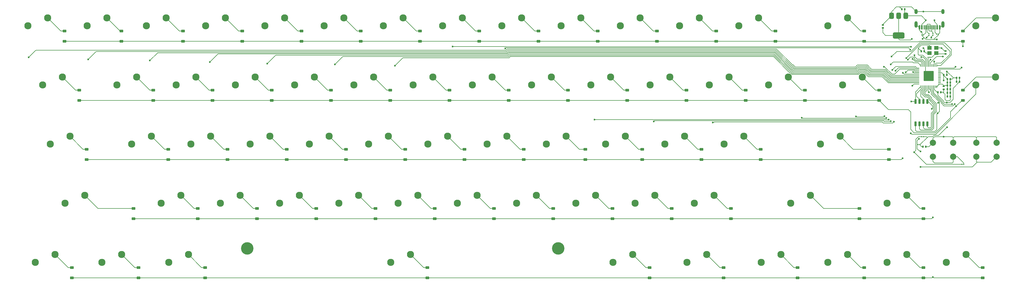
<source format=gbr>
%TF.GenerationSoftware,KiCad,Pcbnew,8.0.2*%
%TF.CreationDate,2024-06-04T18:26:38-07:00*%
%TF.ProjectId,keyboard_pcb,6b657962-6f61-4726-945f-7063622e6b69,1.0*%
%TF.SameCoordinates,Original*%
%TF.FileFunction,Copper,L2,Bot*%
%TF.FilePolarity,Positive*%
%FSLAX46Y46*%
G04 Gerber Fmt 4.6, Leading zero omitted, Abs format (unit mm)*
G04 Created by KiCad (PCBNEW 8.0.2) date 2024-06-04 18:26:38*
%MOMM*%
%LPD*%
G01*
G04 APERTURE LIST*
G04 Aperture macros list*
%AMRoundRect*
0 Rectangle with rounded corners*
0 $1 Rounding radius*
0 $2 $3 $4 $5 $6 $7 $8 $9 X,Y pos of 4 corners*
0 Add a 4 corners polygon primitive as box body*
4,1,4,$2,$3,$4,$5,$6,$7,$8,$9,$2,$3,0*
0 Add four circle primitives for the rounded corners*
1,1,$1+$1,$2,$3*
1,1,$1+$1,$4,$5*
1,1,$1+$1,$6,$7*
1,1,$1+$1,$8,$9*
0 Add four rect primitives between the rounded corners*
20,1,$1+$1,$2,$3,$4,$5,0*
20,1,$1+$1,$4,$5,$6,$7,0*
20,1,$1+$1,$6,$7,$8,$9,0*
20,1,$1+$1,$8,$9,$2,$3,0*%
G04 Aperture macros list end*
%TA.AperFunction,ComponentPad*%
%ADD10C,2.300000*%
%TD*%
%TA.AperFunction,ComponentPad*%
%ADD11C,4.000000*%
%TD*%
%TA.AperFunction,SMDPad,CuDef*%
%ADD12RoundRect,0.140000X0.140000X0.170000X-0.140000X0.170000X-0.140000X-0.170000X0.140000X-0.170000X0*%
%TD*%
%TA.AperFunction,SMDPad,CuDef*%
%ADD13RoundRect,0.225000X0.375000X-0.225000X0.375000X0.225000X-0.375000X0.225000X-0.375000X-0.225000X0*%
%TD*%
%TA.AperFunction,SMDPad,CuDef*%
%ADD14RoundRect,0.140000X-0.140000X-0.170000X0.140000X-0.170000X0.140000X0.170000X-0.140000X0.170000X0*%
%TD*%
%TA.AperFunction,SMDPad,CuDef*%
%ADD15RoundRect,0.075000X0.125000X0.075000X-0.125000X0.075000X-0.125000X-0.075000X0.125000X-0.075000X0*%
%TD*%
%TA.AperFunction,SMDPad,CuDef*%
%ADD16RoundRect,0.075000X0.075000X-0.125000X0.075000X0.125000X-0.075000X0.125000X-0.075000X-0.125000X0*%
%TD*%
%TA.AperFunction,SMDPad,CuDef*%
%ADD17R,1.400000X1.200000*%
%TD*%
%TA.AperFunction,SMDPad,CuDef*%
%ADD18RoundRect,0.140000X0.170000X-0.140000X0.170000X0.140000X-0.170000X0.140000X-0.170000X-0.140000X0*%
%TD*%
%TA.AperFunction,SMDPad,CuDef*%
%ADD19RoundRect,0.050000X-0.387500X-0.050000X0.387500X-0.050000X0.387500X0.050000X-0.387500X0.050000X0*%
%TD*%
%TA.AperFunction,SMDPad,CuDef*%
%ADD20RoundRect,0.050000X-0.050000X-0.387500X0.050000X-0.387500X0.050000X0.387500X-0.050000X0.387500X0*%
%TD*%
%TA.AperFunction,ComponentPad*%
%ADD21C,0.600000*%
%TD*%
%TA.AperFunction,SMDPad,CuDef*%
%ADD22RoundRect,0.144000X-1.456000X-1.456000X1.456000X-1.456000X1.456000X1.456000X-1.456000X1.456000X0*%
%TD*%
%TA.AperFunction,SMDPad,CuDef*%
%ADD23RoundRect,0.075000X-0.125000X-0.075000X0.125000X-0.075000X0.125000X0.075000X-0.125000X0.075000X0*%
%TD*%
%TA.AperFunction,ComponentPad*%
%ADD24C,2.000000*%
%TD*%
%TA.AperFunction,SMDPad,CuDef*%
%ADD25RoundRect,0.140000X-0.170000X0.140000X-0.170000X-0.140000X0.170000X-0.140000X0.170000X0.140000X0*%
%TD*%
%TA.AperFunction,SMDPad,CuDef*%
%ADD26RoundRect,0.375000X-0.375000X0.625000X-0.375000X-0.625000X0.375000X-0.625000X0.375000X0.625000X0*%
%TD*%
%TA.AperFunction,SMDPad,CuDef*%
%ADD27RoundRect,0.500000X-1.400000X0.500000X-1.400000X-0.500000X1.400000X-0.500000X1.400000X0.500000X0*%
%TD*%
%TA.AperFunction,SMDPad,CuDef*%
%ADD28RoundRect,0.150000X-0.150000X0.650000X-0.150000X-0.650000X0.150000X-0.650000X0.150000X0.650000X0*%
%TD*%
%TA.AperFunction,SMDPad,CuDef*%
%ADD29R,0.600000X1.450000*%
%TD*%
%TA.AperFunction,SMDPad,CuDef*%
%ADD30R,0.300000X1.450000*%
%TD*%
%TA.AperFunction,ComponentPad*%
%ADD31O,1.000000X1.600000*%
%TD*%
%TA.AperFunction,ComponentPad*%
%ADD32O,1.000000X2.100000*%
%TD*%
%TA.AperFunction,ViaPad*%
%ADD33C,0.600000*%
%TD*%
%TA.AperFunction,Conductor*%
%ADD34C,0.200000*%
%TD*%
G04 APERTURE END LIST*
D10*
%TO.P,MX11,1,1*%
%TO.N,COL_11*%
X247477500Y-102816250D03*
%TO.P,MX11,2,2*%
%TO.N,Net-(D11-A)*%
X253827500Y-100276250D03*
%TD*%
%TO.P,MX18,1,1*%
%TO.N,COL_3*%
X104602500Y-121866250D03*
%TO.P,MX18,2,2*%
%TO.N,Net-(D18-A)*%
X110952500Y-119326250D03*
%TD*%
%TO.P,MX8,1,1*%
%TO.N,COL_8*%
X190327500Y-102816250D03*
%TO.P,MX8,2,2*%
%TO.N,Net-(D8-A)*%
X196677500Y-100276250D03*
%TD*%
%TO.P,MX65,1,1*%
%TO.N,COL_14*%
X333202500Y-179016250D03*
%TO.P,MX65,2,2*%
%TO.N,Net-(D65-A)*%
X339552500Y-176476250D03*
%TD*%
%TO.P,MX29,1,1*%
%TO.N,COL_14*%
X318915000Y-121866250D03*
%TO.P,MX29,2,2*%
%TO.N,Net-(D29-A)*%
X325265000Y-119326250D03*
%TD*%
%TO.P,MX14,1,1*%
%TO.N,COL_14*%
X314152500Y-102816250D03*
%TO.P,MX14,2,2*%
%TO.N,Net-(D14-A)*%
X320502500Y-100276250D03*
%TD*%
%TO.P,MX43,1,1*%
%TO.N,COL_13*%
X311771250Y-140916250D03*
%TO.P,MX43,2,2*%
%TO.N,Net-(D43-A)*%
X318121250Y-138376250D03*
%TD*%
%TO.P,MX48,1,1*%
%TO.N,COL_5*%
X156990000Y-159966250D03*
%TO.P,MX48,2,2*%
%TO.N,Net-(D48-A)*%
X163340000Y-157426250D03*
%TD*%
%TO.P,MX15,1,1*%
%TO.N,COL_15*%
X361777500Y-102816250D03*
%TO.P,MX15,2,2*%
%TO.N,Net-(D15-A)*%
X368127500Y-100276250D03*
%TD*%
%TO.P,MX49,1,1*%
%TO.N,COL_6*%
X176040000Y-159966250D03*
%TO.P,MX49,2,2*%
%TO.N,Net-(D49-A)*%
X182390000Y-157426250D03*
%TD*%
%TO.P,MX59,1,1*%
%TO.N,COL_3*%
X102221250Y-179016250D03*
%TO.P,MX59,2,2*%
%TO.N,Net-(D59-A)*%
X108571250Y-176476250D03*
%TD*%
%TO.P,MX3,1,1*%
%TO.N,COL_3*%
X95077500Y-102816250D03*
%TO.P,MX3,2,2*%
%TO.N,Net-(D3-A)*%
X101427500Y-100276250D03*
%TD*%
D11*
%TO.P,S5,*%
%TO.N,*%
X127462500Y-174571250D03*
X227475000Y-174571250D03*
%TD*%
D10*
%TO.P,MX55,1,1*%
%TO.N,COL_12*%
X302246250Y-159966250D03*
%TO.P,MX55,2,2*%
%TO.N,Net-(D55-A)*%
X308596250Y-157426250D03*
%TD*%
%TO.P,MX27,1,1*%
%TO.N,COL_12*%
X276052500Y-121866250D03*
%TO.P,MX27,2,2*%
%TO.N,Net-(D27-A)*%
X282402500Y-119326250D03*
%TD*%
%TO.P,MX50,1,1*%
%TO.N,COL_7*%
X195090000Y-159966250D03*
%TO.P,MX50,2,2*%
%TO.N,Net-(D50-A)*%
X201440000Y-157426250D03*
%TD*%
%TO.P,MX25,1,1*%
%TO.N,COL_10*%
X237952500Y-121866250D03*
%TO.P,MX25,2,2*%
%TO.N,Net-(D25-A)*%
X244302500Y-119326250D03*
%TD*%
%TO.P,MX7,1,1*%
%TO.N,COL_7*%
X171277500Y-102816250D03*
%TO.P,MX7,2,2*%
%TO.N,Net-(D7-A)*%
X177627500Y-100276250D03*
%TD*%
%TO.P,MX61,1,1*%
%TO.N,COL_9*%
X245096250Y-179016250D03*
%TO.P,MX61,2,2*%
%TO.N,Net-(D61-A)*%
X251446250Y-176476250D03*
%TD*%
%TO.P,MX36,1,1*%
%TO.N,COL_6*%
X166515000Y-140916250D03*
%TO.P,MX36,2,2*%
%TO.N,Net-(D36-A)*%
X172865000Y-138376250D03*
%TD*%
%TO.P,MX1,1,1*%
%TO.N,COL_1*%
X56977500Y-102816250D03*
%TO.P,MX1,2,2*%
%TO.N,Net-(D1-A)*%
X63327500Y-100276250D03*
%TD*%
%TO.P,MX35,1,1*%
%TO.N,COL_5*%
X147465000Y-140916250D03*
%TO.P,MX35,2,2*%
%TO.N,Net-(D35-A)*%
X153815000Y-138376250D03*
%TD*%
%TO.P,MX52,1,1*%
%TO.N,COL_9*%
X233190000Y-159966250D03*
%TO.P,MX52,2,2*%
%TO.N,Net-(D52-A)*%
X239540000Y-157426250D03*
%TD*%
%TO.P,MX20,1,1*%
%TO.N,COL_5*%
X142702500Y-121866250D03*
%TO.P,MX20,2,2*%
%TO.N,Net-(D20-A)*%
X149052500Y-119326250D03*
%TD*%
%TO.P,MX31,1,1*%
%TO.N,COL_1*%
X64121250Y-140916250D03*
%TO.P,MX31,2,2*%
%TO.N,Net-(D31-A)*%
X70471250Y-138376250D03*
%TD*%
%TO.P,MX4,1,1*%
%TO.N,COL_4*%
X114127500Y-102816250D03*
%TO.P,MX4,2,2*%
%TO.N,Net-(D4-A)*%
X120477500Y-100276250D03*
%TD*%
%TO.P,MX19,1,1*%
%TO.N,COL_4*%
X123652500Y-121866250D03*
%TO.P,MX19,2,2*%
%TO.N,Net-(D19-A)*%
X130002500Y-119326250D03*
%TD*%
%TO.P,MX34,1,1*%
%TO.N,COL_4*%
X128415000Y-140916250D03*
%TO.P,MX34,2,2*%
%TO.N,Net-(D34-A)*%
X134765000Y-138376250D03*
%TD*%
%TO.P,MX46,1,1*%
%TO.N,COL_3*%
X118890000Y-159966250D03*
%TO.P,MX46,2,2*%
%TO.N,Net-(D46-A)*%
X125240000Y-157426250D03*
%TD*%
%TO.P,MX53,1,1*%
%TO.N,COL_10*%
X252240000Y-159966250D03*
%TO.P,MX53,2,2*%
%TO.N,Net-(D53-A)*%
X258590000Y-157426250D03*
%TD*%
%TO.P,MX16,1,1*%
%TO.N,COL_1*%
X61740000Y-121866250D03*
%TO.P,MX16,2,2*%
%TO.N,Net-(D16-A)*%
X68090000Y-119326250D03*
%TD*%
%TO.P,MX38,1,1*%
%TO.N,COL_8*%
X204615000Y-140916250D03*
%TO.P,MX38,2,2*%
%TO.N,Net-(D38-A)*%
X210965000Y-138376250D03*
%TD*%
%TO.P,MX64,1,1*%
%TO.N,COL_12*%
X314152500Y-179016250D03*
%TO.P,MX64,2,2*%
%TO.N,Net-(D64-A)*%
X320502500Y-176476250D03*
%TD*%
%TO.P,MX41,1,1*%
%TO.N,COL_11*%
X261765000Y-140916250D03*
%TO.P,MX41,2,2*%
%TO.N,Net-(D41-A)*%
X268115000Y-138376250D03*
%TD*%
%TO.P,MX21,1,1*%
%TO.N,COL_6*%
X161752500Y-121866250D03*
%TO.P,MX21,2,2*%
%TO.N,Net-(D21-A)*%
X168102500Y-119326250D03*
%TD*%
%TO.P,MX56,1,1*%
%TO.N,COL_14*%
X333202500Y-159966250D03*
%TO.P,MX56,2,2*%
%TO.N,Net-(D56-A)*%
X339552500Y-157426250D03*
%TD*%
%TO.P,MX23,1,1*%
%TO.N,COL_8*%
X199852500Y-121866250D03*
%TO.P,MX23,2,2*%
%TO.N,Net-(D23-A)*%
X206202500Y-119326250D03*
%TD*%
%TO.P,MX51,1,1*%
%TO.N,COL_8*%
X214140000Y-159966250D03*
%TO.P,MX51,2,2*%
%TO.N,Net-(D51-A)*%
X220490000Y-157426250D03*
%TD*%
%TO.P,MX58,1,1*%
%TO.N,COL_2*%
X80790000Y-179016250D03*
%TO.P,MX58,2,2*%
%TO.N,Net-(D58-A)*%
X87140000Y-176476250D03*
%TD*%
%TO.P,MX40,1,1*%
%TO.N,COL_10*%
X242715000Y-140916250D03*
%TO.P,MX40,2,2*%
%TO.N,Net-(D40-A)*%
X249065000Y-138376250D03*
%TD*%
%TO.P,MX32,1,1*%
%TO.N,COL_2*%
X90315000Y-140916250D03*
%TO.P,MX32,2,2*%
%TO.N,Net-(D32-A)*%
X96665000Y-138376250D03*
%TD*%
%TO.P,MX5,1,1*%
%TO.N,COL_5*%
X133177500Y-102816250D03*
%TO.P,MX5,2,2*%
%TO.N,Net-(D5-A)*%
X139527500Y-100276250D03*
%TD*%
%TO.P,MX10,1,1*%
%TO.N,COL_10*%
X228427500Y-102816250D03*
%TO.P,MX10,2,2*%
%TO.N,Net-(D10-A)*%
X234777500Y-100276250D03*
%TD*%
%TO.P,MX66,1,1*%
%TO.N,COL_15*%
X352252500Y-179016250D03*
%TO.P,MX66,2,2*%
%TO.N,Net-(D66-A)*%
X358602500Y-176476250D03*
%TD*%
%TO.P,MX33,1,1*%
%TO.N,COL_3*%
X109365000Y-140916250D03*
%TO.P,MX33,2,2*%
%TO.N,Net-(D33-A)*%
X115715000Y-138376250D03*
%TD*%
%TO.P,MX44,1,1*%
%TO.N,COL_1*%
X68883750Y-159966250D03*
%TO.P,MX44,2,2*%
%TO.N,Net-(D44-A)*%
X75233750Y-157426250D03*
%TD*%
%TO.P,MX30,1,1*%
%TO.N,COL_15*%
X361777500Y-121866250D03*
%TO.P,MX30,2,2*%
%TO.N,Net-(D30-A)*%
X368127500Y-119326250D03*
%TD*%
%TO.P,MX12,1,1*%
%TO.N,COL_12*%
X266527500Y-102816250D03*
%TO.P,MX12,2,2*%
%TO.N,Net-(D12-A)*%
X272877500Y-100276250D03*
%TD*%
%TO.P,MX63,1,1*%
%TO.N,COL_11*%
X292721250Y-179016250D03*
%TO.P,MX63,2,2*%
%TO.N,Net-(D63-A)*%
X299071250Y-176476250D03*
%TD*%
%TO.P,MX6,1,1*%
%TO.N,COL_6*%
X152227500Y-102816250D03*
%TO.P,MX6,2,2*%
%TO.N,Net-(D6-A)*%
X158577500Y-100276250D03*
%TD*%
%TO.P,MX17,1,1*%
%TO.N,COL_2*%
X85552500Y-121866250D03*
%TO.P,MX17,2,2*%
%TO.N,Net-(D17-A)*%
X91902500Y-119326250D03*
%TD*%
%TO.P,MX54,1,1*%
%TO.N,COL_11*%
X271290000Y-159966250D03*
%TO.P,MX54,2,2*%
%TO.N,Net-(D54-A)*%
X277640000Y-157426250D03*
%TD*%
%TO.P,MX26,1,1*%
%TO.N,COL_11*%
X257002500Y-121866250D03*
%TO.P,MX26,2,2*%
%TO.N,Net-(D26-A)*%
X263352500Y-119326250D03*
%TD*%
%TO.P,MX22,1,1*%
%TO.N,COL_7*%
X180802500Y-121866250D03*
%TO.P,MX22,2,2*%
%TO.N,Net-(D22-A)*%
X187152500Y-119326250D03*
%TD*%
%TO.P,MX47,1,1*%
%TO.N,COL_4*%
X137940000Y-159966250D03*
%TO.P,MX47,2,2*%
%TO.N,Net-(D47-A)*%
X144290000Y-157426250D03*
%TD*%
%TO.P,MX13,1,1*%
%TO.N,COL_13*%
X285577500Y-102816250D03*
%TO.P,MX13,2,2*%
%TO.N,Net-(D13-A)*%
X291927500Y-100276250D03*
%TD*%
%TO.P,MX62,1,1*%
%TO.N,COL_10*%
X268908750Y-179016250D03*
%TO.P,MX62,2,2*%
%TO.N,Net-(D62-A)*%
X275258750Y-176476250D03*
%TD*%
%TO.P,MX60,1,1*%
%TO.N,COL_4*%
X173658750Y-179016250D03*
%TO.P,MX60,2,2*%
%TO.N,Net-(D60-A)*%
X180008750Y-176476250D03*
%TD*%
%TO.P,MX28,1,1*%
%TO.N,COL_13*%
X295102500Y-121866250D03*
%TO.P,MX28,2,2*%
%TO.N,Net-(D28-A)*%
X301452500Y-119326250D03*
%TD*%
%TO.P,MX45,1,1*%
%TO.N,COL_2*%
X99840000Y-159966250D03*
%TO.P,MX45,2,2*%
%TO.N,Net-(D45-A)*%
X106190000Y-157426250D03*
%TD*%
%TO.P,MX2,1,1*%
%TO.N,COL_2*%
X76027500Y-102816250D03*
%TO.P,MX2,2,2*%
%TO.N,Net-(D2-A)*%
X82377500Y-100276250D03*
%TD*%
%TO.P,MX24,1,1*%
%TO.N,COL_9*%
X218902500Y-121866250D03*
%TO.P,MX24,2,2*%
%TO.N,Net-(D24-A)*%
X225252500Y-119326250D03*
%TD*%
%TO.P,MX9,1,1*%
%TO.N,COL_9*%
X209377500Y-102816250D03*
%TO.P,MX9,2,2*%
%TO.N,Net-(D9-A)*%
X215727500Y-100276250D03*
%TD*%
%TO.P,MX57,1,1*%
%TO.N,COL_1*%
X59358750Y-179016250D03*
%TO.P,MX57,2,2*%
%TO.N,Net-(D57-A)*%
X65708750Y-176476250D03*
%TD*%
%TO.P,MX42,1,1*%
%TO.N,COL_12*%
X280815000Y-140916250D03*
%TO.P,MX42,2,2*%
%TO.N,Net-(D42-A)*%
X287165000Y-138376250D03*
%TD*%
%TO.P,MX37,1,1*%
%TO.N,COL_7*%
X185565000Y-140916250D03*
%TO.P,MX37,2,2*%
%TO.N,Net-(D37-A)*%
X191915000Y-138376250D03*
%TD*%
%TO.P,MX39,1,1*%
%TO.N,COL_9*%
X223665000Y-140916250D03*
%TO.P,MX39,2,2*%
%TO.N,Net-(D39-A)*%
X230015000Y-138376250D03*
%TD*%
D12*
%TO.P,C3,1*%
%TO.N,Net-(U3-VREG_VOUT)*%
X356530000Y-119618750D03*
%TO.P,C3,2*%
%TO.N,GND*%
X355570000Y-119618750D03*
%TD*%
D13*
%TO.P,D38,1,K*%
%TO.N,ROW_3*%
X216362500Y-145900000D03*
%TO.P,D38,2,A*%
%TO.N,Net-(D38-A)*%
X216362500Y-142600000D03*
%TD*%
D14*
%TO.P,C11,1*%
%TO.N,3v3*%
X352590000Y-119998750D03*
%TO.P,C11,2*%
%TO.N,GND*%
X353550000Y-119998750D03*
%TD*%
D13*
%TO.P,D48,1,K*%
%TO.N,ROW_4*%
X168737500Y-164950000D03*
%TO.P,D48,2,A*%
%TO.N,Net-(D48-A)*%
X168737500Y-161650000D03*
%TD*%
D15*
%TO.P,R4,1*%
%TO.N,Net-(R4-Pad1)*%
X357860714Y-147468750D03*
%TO.P,R4,2*%
%TO.N,Net-(U2-~{CS})*%
X357360714Y-147468750D03*
%TD*%
D13*
%TO.P,D52,1,K*%
%TO.N,ROW_4*%
X244937500Y-164950000D03*
%TO.P,D52,2,A*%
%TO.N,Net-(D52-A)*%
X244937500Y-161650000D03*
%TD*%
D14*
%TO.P,C14,1*%
%TO.N,3v3*%
X344720000Y-141768750D03*
%TO.P,C14,2*%
%TO.N,GND*%
X345680000Y-141768750D03*
%TD*%
D13*
%TO.P,D30,1,K*%
%TO.N,ROW_2*%
X357650000Y-126850000D03*
%TO.P,D30,2,A*%
%TO.N,Net-(D30-A)*%
X357650000Y-123550000D03*
%TD*%
D14*
%TO.P,C5,1*%
%TO.N,3v3*%
X351450000Y-118618750D03*
%TO.P,C5,2*%
%TO.N,GND*%
X352410000Y-118618750D03*
%TD*%
D13*
%TO.P,D2,1,K*%
%TO.N,ROW_1*%
X86981250Y-107800000D03*
%TO.P,D2,2,A*%
%TO.N,Net-(D2-A)*%
X86981250Y-104500000D03*
%TD*%
%TO.P,D64,1,K*%
%TO.N,ROW_5*%
X325900000Y-184000000D03*
%TO.P,D64,2,A*%
%TO.N,Net-(D64-A)*%
X325900000Y-180700000D03*
%TD*%
%TO.P,D59,1,K*%
%TO.N,ROW_5*%
X113968750Y-184000000D03*
%TO.P,D59,2,A*%
%TO.N,Net-(D59-A)*%
X113968750Y-180700000D03*
%TD*%
%TO.P,D31,1,K*%
%TO.N,ROW_3*%
X75868750Y-145900000D03*
%TO.P,D31,2,A*%
%TO.N,Net-(D31-A)*%
X75868750Y-142600000D03*
%TD*%
%TO.P,D20,1,K*%
%TO.N,ROW_2*%
X154450000Y-126850000D03*
%TO.P,D20,2,A*%
%TO.N,Net-(D20-A)*%
X154450000Y-123550000D03*
%TD*%
%TO.P,D57,1,K*%
%TO.N,ROW_5*%
X71106250Y-184000000D03*
%TO.P,D57,2,A*%
%TO.N,Net-(D57-A)*%
X71106250Y-180700000D03*
%TD*%
D16*
%TO.P,R3,1*%
%TO.N,Net-(U3-USB_DP)*%
X347950000Y-105899701D03*
%TO.P,R3,2*%
%TO.N,USB_D+*%
X347950000Y-105399701D03*
%TD*%
D13*
%TO.P,D41,1,K*%
%TO.N,ROW_3*%
X273512500Y-145900000D03*
%TO.P,D41,2,A*%
%TO.N,Net-(D41-A)*%
X273512500Y-142600000D03*
%TD*%
%TO.P,D8,1,K*%
%TO.N,ROW_1*%
X202075000Y-107800000D03*
%TO.P,D8,2,A*%
%TO.N,Net-(D8-A)*%
X202075000Y-104500000D03*
%TD*%
%TO.P,D16,1,K*%
%TO.N,ROW_2*%
X73487500Y-126850000D03*
%TO.P,D16,2,A*%
%TO.N,Net-(D16-A)*%
X73487500Y-123550000D03*
%TD*%
%TO.P,D14,1,K*%
%TO.N,ROW_1*%
X325900000Y-107800000D03*
%TO.P,D14,2,A*%
%TO.N,Net-(D14-A)*%
X325900000Y-104500000D03*
%TD*%
%TO.P,D6,1,K*%
%TO.N,ROW_1*%
X163975000Y-107800000D03*
%TO.P,D6,2,A*%
%TO.N,Net-(D6-A)*%
X163975000Y-104500000D03*
%TD*%
D14*
%TO.P,C7,1*%
%TO.N,3v3*%
X352590000Y-123218750D03*
%TO.P,C7,2*%
%TO.N,GND*%
X353550000Y-123218750D03*
%TD*%
D13*
%TO.P,D1,1,K*%
%TO.N,ROW_1*%
X68725000Y-107800000D03*
%TO.P,D1,2,A*%
%TO.N,Net-(D1-A)*%
X68725000Y-104500000D03*
%TD*%
%TO.P,D4,1,K*%
%TO.N,ROW_1*%
X125875000Y-107800000D03*
%TO.P,D4,2,A*%
%TO.N,Net-(D4-A)*%
X125875000Y-104500000D03*
%TD*%
%TO.P,D39,1,K*%
%TO.N,ROW_3*%
X236206250Y-145900000D03*
%TO.P,D39,2,A*%
%TO.N,Net-(D39-A)*%
X236206250Y-142600000D03*
%TD*%
%TO.P,D35,1,K*%
%TO.N,ROW_3*%
X159212500Y-145900000D03*
%TO.P,D35,2,A*%
%TO.N,Net-(D35-A)*%
X159212500Y-142600000D03*
%TD*%
D17*
%TO.P,Y1,1,1*%
%TO.N,Net-(C16-Pad2)*%
X349050000Y-111618750D03*
%TO.P,Y1,2,2*%
%TO.N,GND*%
X346850000Y-111618750D03*
%TO.P,Y1,3,3*%
%TO.N,Net-(U3-XIN)*%
X346850000Y-109918750D03*
%TO.P,Y1,4,4*%
%TO.N,GND*%
X349050000Y-109918750D03*
%TD*%
D14*
%TO.P,C12,1*%
%TO.N,Net-(U3-VREG_VOUT)*%
X349570000Y-124218750D03*
%TO.P,C12,2*%
%TO.N,GND*%
X350530000Y-124218750D03*
%TD*%
D13*
%TO.P,D17,1,K*%
%TO.N,ROW_2*%
X97300000Y-126850000D03*
%TO.P,D17,2,A*%
%TO.N,Net-(D17-A)*%
X97300000Y-123550000D03*
%TD*%
%TO.P,D37,1,K*%
%TO.N,ROW_3*%
X197312500Y-145900000D03*
%TO.P,D37,2,A*%
%TO.N,Net-(D37-A)*%
X197312500Y-142600000D03*
%TD*%
%TO.P,D22,1,K*%
%TO.N,ROW_2*%
X192550000Y-126850000D03*
%TO.P,D22,2,A*%
%TO.N,Net-(D22-A)*%
X192550000Y-123550000D03*
%TD*%
%TO.P,D43,1,K*%
%TO.N,ROW_3*%
X333837500Y-145900000D03*
%TO.P,D43,2,A*%
%TO.N,Net-(D43-A)*%
X333837500Y-142600000D03*
%TD*%
D14*
%TO.P,C8,1*%
%TO.N,3v3*%
X352590000Y-124418750D03*
%TO.P,C8,2*%
%TO.N,GND*%
X353550000Y-124418750D03*
%TD*%
D13*
%TO.P,D29,1,K*%
%TO.N,ROW_2*%
X330662500Y-126850000D03*
%TO.P,D29,2,A*%
%TO.N,Net-(D29-A)*%
X330662500Y-123550000D03*
%TD*%
%TO.P,D63,1,K*%
%TO.N,ROW_5*%
X304468750Y-184000000D03*
%TO.P,D63,2,A*%
%TO.N,Net-(D63-A)*%
X304468750Y-180700000D03*
%TD*%
D15*
%TO.P,R1,1*%
%TO.N,Net-(J1-CC1)*%
X344950000Y-105768750D03*
%TO.P,R1,2*%
%TO.N,GND*%
X344450000Y-105768750D03*
%TD*%
D13*
%TO.P,D60,1,K*%
%TO.N,ROW_5*%
X185406250Y-184000000D03*
%TO.P,D60,2,A*%
%TO.N,Net-(D60-A)*%
X185406250Y-180700000D03*
%TD*%
%TO.P,D51,1,K*%
%TO.N,ROW_4*%
X225887500Y-164950000D03*
%TO.P,D51,2,A*%
%TO.N,Net-(D51-A)*%
X225887500Y-161650000D03*
%TD*%
%TO.P,D3,1,K*%
%TO.N,ROW_1*%
X106825000Y-107800000D03*
%TO.P,D3,2,A*%
%TO.N,Net-(D3-A)*%
X106825000Y-104500000D03*
%TD*%
%TO.P,D44,1,K*%
%TO.N,ROW_4*%
X90950000Y-164950000D03*
%TO.P,D44,2,A*%
%TO.N,Net-(D44-A)*%
X90950000Y-161650000D03*
%TD*%
%TO.P,D47,1,K*%
%TO.N,ROW_4*%
X149687500Y-164950000D03*
%TO.P,D47,2,A*%
%TO.N,Net-(D47-A)*%
X149687500Y-161650000D03*
%TD*%
D12*
%TO.P,C4,1*%
%TO.N,Net-(U3-VREG_VOUT)*%
X356530000Y-120868750D03*
%TO.P,C4,2*%
%TO.N,GND*%
X355570000Y-120868750D03*
%TD*%
D13*
%TO.P,D40,1,K*%
%TO.N,ROW_3*%
X254462500Y-145900000D03*
%TO.P,D40,2,A*%
%TO.N,Net-(D40-A)*%
X254462500Y-142600000D03*
%TD*%
%TO.P,D56,1,K*%
%TO.N,ROW_4*%
X344950000Y-164950000D03*
%TO.P,D56,2,A*%
%TO.N,Net-(D56-A)*%
X344950000Y-161650000D03*
%TD*%
D12*
%TO.P,C15,1*%
%TO.N,GND*%
X345200000Y-111018750D03*
%TO.P,C15,2*%
%TO.N,Net-(U3-XIN)*%
X344240000Y-111018750D03*
%TD*%
D14*
%TO.P,C9,1*%
%TO.N,3v3*%
X352590000Y-125618750D03*
%TO.P,C9,2*%
%TO.N,GND*%
X353550000Y-125618750D03*
%TD*%
D13*
%TO.P,D54,1,K*%
%TO.N,ROW_4*%
X283037500Y-164950000D03*
%TO.P,D54,2,A*%
%TO.N,Net-(D54-A)*%
X283037500Y-161650000D03*
%TD*%
%TO.P,D49,1,K*%
%TO.N,ROW_4*%
X187787500Y-164950000D03*
%TO.P,D49,2,A*%
%TO.N,Net-(D49-A)*%
X187787500Y-161650000D03*
%TD*%
%TO.P,D25,1,K*%
%TO.N,ROW_2*%
X249700000Y-126850000D03*
%TO.P,D25,2,A*%
%TO.N,Net-(D25-A)*%
X249700000Y-123550000D03*
%TD*%
%TO.P,D21,1,K*%
%TO.N,ROW_2*%
X173500000Y-126850000D03*
%TO.P,D21,2,A*%
%TO.N,Net-(D21-A)*%
X173500000Y-123550000D03*
%TD*%
D12*
%TO.P,C1,1*%
%TO.N,Net-(U1-VI)*%
X338930000Y-97518750D03*
%TO.P,C1,2*%
%TO.N,GND*%
X337970000Y-97518750D03*
%TD*%
D14*
%TO.P,C10,1*%
%TO.N,3v3*%
X352590000Y-121098750D03*
%TO.P,C10,2*%
%TO.N,GND*%
X353550000Y-121098750D03*
%TD*%
D13*
%TO.P,D28,1,K*%
%TO.N,ROW_2*%
X306850000Y-126850000D03*
%TO.P,D28,2,A*%
%TO.N,Net-(D28-A)*%
X306850000Y-123550000D03*
%TD*%
%TO.P,D24,1,K*%
%TO.N,ROW_2*%
X230650000Y-126850000D03*
%TO.P,D24,2,A*%
%TO.N,Net-(D24-A)*%
X230650000Y-123550000D03*
%TD*%
D18*
%TO.P,C2,1*%
%TO.N,3v3*%
X331850000Y-103498750D03*
%TO.P,C2,2*%
%TO.N,GND*%
X331850000Y-102538750D03*
%TD*%
D19*
%TO.P,U3,1,IOVDD*%
%TO.N,3v3*%
X343175000Y-121618750D03*
%TO.P,U3,2,GPIO0*%
%TO.N,COL_7*%
X343175000Y-121218750D03*
%TO.P,U3,3,GPIO1*%
%TO.N,COL_6*%
X343175000Y-120818750D03*
%TO.P,U3,4,GPIO2*%
%TO.N,COL_5*%
X343175000Y-120418750D03*
%TO.P,U3,5,GPIO3*%
%TO.N,COL_4*%
X343175000Y-120018750D03*
%TO.P,U3,6,GPIO4*%
%TO.N,COL_3*%
X343175000Y-119618750D03*
%TO.P,U3,7,GPIO5*%
%TO.N,COL_2*%
X343175000Y-119218750D03*
%TO.P,U3,8,GPIO6*%
%TO.N,COL_1*%
X343175000Y-118818750D03*
%TO.P,U3,9,GPIO7*%
%TO.N,ROW_5*%
X343175000Y-118418750D03*
%TO.P,U3,10,IOVDD*%
%TO.N,3v3*%
X343175000Y-118018750D03*
%TO.P,U3,11,GPIO8*%
%TO.N,COL_15*%
X343175000Y-117618750D03*
%TO.P,U3,12,GPIO9*%
%TO.N,COL_14*%
X343175000Y-117218750D03*
%TO.P,U3,13,GPIO10*%
%TO.N,COL_12*%
X343175000Y-116818750D03*
%TO.P,U3,14,GPIO11*%
%TO.N,COL_11*%
X343175000Y-116418750D03*
D20*
%TO.P,U3,15,GPIO12*%
%TO.N,COL_10*%
X344012500Y-115581250D03*
%TO.P,U3,16,GPIO13*%
%TO.N,COL_9*%
X344412500Y-115581250D03*
%TO.P,U3,17,GPIO14*%
%TO.N,ROW_4*%
X344812500Y-115581250D03*
%TO.P,U3,18,GPIO15*%
%TO.N,COL_8*%
X345212500Y-115581250D03*
%TO.P,U3,19,TESTEN*%
%TO.N,GND*%
X345612500Y-115581250D03*
%TO.P,U3,20,XIN*%
%TO.N,Net-(U3-XIN)*%
X346012500Y-115581250D03*
%TO.P,U3,21,XOUT*%
%TO.N,Net-(U3-XOUT)*%
X346412500Y-115581250D03*
%TO.P,U3,22,IOVDD*%
%TO.N,3v3*%
X346812500Y-115581250D03*
%TO.P,U3,23,DVDD*%
%TO.N,Net-(U3-VREG_VOUT)*%
X347212500Y-115581250D03*
%TO.P,U3,24,SWCLK*%
%TO.N,unconnected-(U3-SWCLK-Pad24)*%
X347612500Y-115581250D03*
%TO.P,U3,25,SWD*%
%TO.N,unconnected-(U3-SWD-Pad25)*%
X348012500Y-115581250D03*
%TO.P,U3,26,RUN*%
%TO.N,Net-(U3-RUN)*%
X348412500Y-115581250D03*
%TO.P,U3,27,GPIO16*%
%TO.N,ROW_3*%
X348812500Y-115581250D03*
%TO.P,U3,28,GPIO17*%
%TO.N,COL_13*%
X349212500Y-115581250D03*
D19*
%TO.P,U3,29,GPIO18*%
%TO.N,ROW_2*%
X350050000Y-116418750D03*
%TO.P,U3,30,GPIO19*%
%TO.N,ROW_1*%
X350050000Y-116818750D03*
%TO.P,U3,31,GPIO20*%
%TO.N,unconnected-(U3-GPIO20-Pad31)*%
X350050000Y-117218750D03*
%TO.P,U3,32,GPIO21*%
%TO.N,unconnected-(U3-GPIO21-Pad32)*%
X350050000Y-117618750D03*
%TO.P,U3,33,IOVDD*%
%TO.N,3v3*%
X350050000Y-118018750D03*
%TO.P,U3,34,GPIO22*%
%TO.N,unconnected-(U3-GPIO22-Pad34)*%
X350050000Y-118418750D03*
%TO.P,U3,35,GPIO23*%
%TO.N,unconnected-(U3-GPIO23-Pad35)*%
X350050000Y-118818750D03*
%TO.P,U3,36,GPIO24*%
%TO.N,unconnected-(U3-GPIO24-Pad36)*%
X350050000Y-119218750D03*
%TO.P,U3,37,GPIO25*%
%TO.N,unconnected-(U3-GPIO25-Pad37)*%
X350050000Y-119618750D03*
%TO.P,U3,38,GPIO26_ADC0*%
%TO.N,unconnected-(U3-GPIO26_ADC0-Pad38)*%
X350050000Y-120018750D03*
%TO.P,U3,39,GPIO27_ADC1*%
%TO.N,unconnected-(U3-GPIO27_ADC1-Pad39)*%
X350050000Y-120418750D03*
%TO.P,U3,40,GPIO28_ADC2*%
%TO.N,unconnected-(U3-GPIO28_ADC2-Pad40)*%
X350050000Y-120818750D03*
%TO.P,U3,41,GPIO29_ADC3*%
%TO.N,unconnected-(U3-GPIO29_ADC3-Pad41)*%
X350050000Y-121218750D03*
%TO.P,U3,42,IOVDD*%
%TO.N,3v3*%
X350050000Y-121618750D03*
D20*
%TO.P,U3,43,ADC_AVDD*%
X349212500Y-122456250D03*
%TO.P,U3,44,VREG_IN*%
X348812500Y-122456250D03*
%TO.P,U3,45,VREG_VOUT*%
%TO.N,Net-(U3-VREG_VOUT)*%
X348412500Y-122456250D03*
%TO.P,U3,46,USB_DM*%
%TO.N,Net-(U3-USB_DM)*%
X348012500Y-122456250D03*
%TO.P,U3,47,USB_DP*%
%TO.N,Net-(U3-USB_DP)*%
X347612500Y-122456250D03*
%TO.P,U3,48,USB_VDD*%
%TO.N,3v3*%
X347212500Y-122456250D03*
%TO.P,U3,49,IOVDD*%
X346812500Y-122456250D03*
%TO.P,U3,50,DVDD*%
%TO.N,Net-(U3-VREG_VOUT)*%
X346412500Y-122456250D03*
%TO.P,U3,51,QSPI_SD3*%
%TO.N,Net-(U2-IO3)*%
X346012500Y-122456250D03*
%TO.P,U3,52,QSPI_SCLK*%
%TO.N,Net-(U2-CLK)*%
X345612500Y-122456250D03*
%TO.P,U3,53,QSPI_SD0*%
%TO.N,Net-(U2-DI(IO0))*%
X345212500Y-122456250D03*
%TO.P,U3,54,QSPI_SD2*%
%TO.N,Net-(U2-IO2)*%
X344812500Y-122456250D03*
%TO.P,U3,55,QSPI_SD1*%
%TO.N,Net-(U2-DO(IO1))*%
X344412500Y-122456250D03*
%TO.P,U3,56,QSPI_SS*%
%TO.N,Net-(U2-~{CS})*%
X344012500Y-122456250D03*
D21*
%TO.P,U3,57,GND*%
%TO.N,GND*%
X345337500Y-117743750D03*
X345337500Y-119018750D03*
X345337500Y-120293750D03*
X346612500Y-117743750D03*
X346612500Y-119018750D03*
D22*
X346612500Y-119018750D03*
D21*
X346612500Y-120293750D03*
X347887500Y-117743750D03*
X347887500Y-119018750D03*
X347887500Y-120293750D03*
%TD*%
D13*
%TO.P,D53,1,K*%
%TO.N,ROW_4*%
X263987500Y-164950000D03*
%TO.P,D53,2,A*%
%TO.N,Net-(D53-A)*%
X263987500Y-161650000D03*
%TD*%
D16*
%TO.P,R5,1*%
%TO.N,Net-(U3-USB_DM)*%
X346700000Y-105903074D03*
%TO.P,R5,2*%
%TO.N,USB_D-*%
X346700000Y-105403074D03*
%TD*%
D23*
%TO.P,R2,1*%
%TO.N,Net-(J1-CC2)*%
X349200000Y-105518750D03*
%TO.P,R2,2*%
%TO.N,GND*%
X349700000Y-105518750D03*
%TD*%
D13*
%TO.P,D26,1,K*%
%TO.N,ROW_2*%
X268750000Y-126850000D03*
%TO.P,D26,2,A*%
%TO.N,Net-(D26-A)*%
X268750000Y-123550000D03*
%TD*%
%TO.P,D45,1,K*%
%TO.N,ROW_4*%
X111587500Y-164950000D03*
%TO.P,D45,2,A*%
%TO.N,Net-(D45-A)*%
X111587500Y-161650000D03*
%TD*%
%TO.P,D55,1,K*%
%TO.N,ROW_4*%
X324312500Y-164950000D03*
%TO.P,D55,2,A*%
%TO.N,Net-(D55-A)*%
X324312500Y-161650000D03*
%TD*%
%TO.P,D33,1,K*%
%TO.N,ROW_3*%
X121112500Y-145900000D03*
%TO.P,D33,2,A*%
%TO.N,Net-(D33-A)*%
X121112500Y-142600000D03*
%TD*%
D24*
%TO.P,SW2,1,1*%
%TO.N,GND*%
X368450000Y-140468750D03*
X361950000Y-140468750D03*
%TO.P,SW2,2,2*%
%TO.N,Net-(U3-RUN)*%
X368450000Y-144968750D03*
X361950000Y-144968750D03*
%TD*%
D25*
%TO.P,C13,1*%
%TO.N,3v3*%
X351450000Y-122338750D03*
%TO.P,C13,2*%
%TO.N,GND*%
X351450000Y-123298750D03*
%TD*%
D13*
%TO.P,D9,1,K*%
%TO.N,ROW_1*%
X221125000Y-107800000D03*
%TO.P,D9,2,A*%
%TO.N,Net-(D9-A)*%
X221125000Y-104500000D03*
%TD*%
D15*
%TO.P,R8,1*%
%TO.N,3v3*%
X343700000Y-141118750D03*
%TO.P,R8,2*%
%TO.N,Net-(U3-RUN)*%
X343200000Y-141118750D03*
%TD*%
D13*
%TO.P,D65,1,K*%
%TO.N,ROW_5*%
X344950000Y-184000000D03*
%TO.P,D65,2,A*%
%TO.N,Net-(D65-A)*%
X344950000Y-180700000D03*
%TD*%
%TO.P,D32,1,K*%
%TO.N,ROW_3*%
X102062500Y-145900000D03*
%TO.P,D32,2,A*%
%TO.N,Net-(D32-A)*%
X102062500Y-142600000D03*
%TD*%
%TO.P,D50,1,K*%
%TO.N,ROW_4*%
X206837500Y-164950000D03*
%TO.P,D50,2,A*%
%TO.N,Net-(D50-A)*%
X206837500Y-161650000D03*
%TD*%
%TO.P,D66,1,K*%
%TO.N,ROW_5*%
X364000000Y-184000000D03*
%TO.P,D66,2,A*%
%TO.N,Net-(D66-A)*%
X364000000Y-180700000D03*
%TD*%
%TO.P,D15,1,K*%
%TO.N,ROW_1*%
X357650000Y-107800000D03*
%TO.P,D15,2,A*%
%TO.N,Net-(D15-A)*%
X357650000Y-104500000D03*
%TD*%
%TO.P,D27,1,K*%
%TO.N,ROW_2*%
X287800000Y-126850000D03*
%TO.P,D27,2,A*%
%TO.N,Net-(D27-A)*%
X287800000Y-123550000D03*
%TD*%
%TO.P,D7,1,K*%
%TO.N,ROW_1*%
X183025000Y-107800000D03*
%TO.P,D7,2,A*%
%TO.N,Net-(D7-A)*%
X183025000Y-104500000D03*
%TD*%
D24*
%TO.P,SW1,1,1*%
%TO.N,GND*%
X354450000Y-140518750D03*
X347950000Y-140518750D03*
%TO.P,SW1,2,2*%
%TO.N,Net-(R4-Pad1)*%
X354450000Y-145018750D03*
X347950000Y-145018750D03*
%TD*%
D13*
%TO.P,D10,1,K*%
%TO.N,ROW_1*%
X240175000Y-107800000D03*
%TO.P,D10,2,A*%
%TO.N,Net-(D10-A)*%
X240175000Y-104500000D03*
%TD*%
D25*
%TO.P,C16,1*%
%TO.N,GND*%
X352050000Y-110938750D03*
%TO.P,C16,2*%
%TO.N,Net-(C16-Pad2)*%
X352050000Y-111898750D03*
%TD*%
D13*
%TO.P,D18,1,K*%
%TO.N,ROW_2*%
X116350000Y-126850000D03*
%TO.P,D18,2,A*%
%TO.N,Net-(D18-A)*%
X116350000Y-123550000D03*
%TD*%
%TO.P,D61,1,K*%
%TO.N,ROW_5*%
X256843750Y-184000000D03*
%TO.P,D61,2,A*%
%TO.N,Net-(D61-A)*%
X256843750Y-180700000D03*
%TD*%
%TO.P,D34,1,K*%
%TO.N,ROW_3*%
X140162500Y-145900000D03*
%TO.P,D34,2,A*%
%TO.N,Net-(D34-A)*%
X140162500Y-142600000D03*
%TD*%
D26*
%TO.P,U1,1,GND*%
%TO.N,GND*%
X334650000Y-99618750D03*
%TO.P,U1,2,VO*%
%TO.N,3v3*%
X336950000Y-99618750D03*
D27*
X336950000Y-105918750D03*
D26*
%TO.P,U1,3,VI*%
%TO.N,Net-(U1-VI)*%
X339250000Y-99618750D03*
%TD*%
D13*
%TO.P,D23,1,K*%
%TO.N,ROW_2*%
X211600000Y-126850000D03*
%TO.P,D23,2,A*%
%TO.N,Net-(D23-A)*%
X211600000Y-123550000D03*
%TD*%
%TO.P,D58,1,K*%
%TO.N,ROW_5*%
X92537500Y-184000000D03*
%TO.P,D58,2,A*%
%TO.N,Net-(D58-A)*%
X92537500Y-180700000D03*
%TD*%
%TO.P,D36,1,K*%
%TO.N,ROW_3*%
X178262500Y-145900000D03*
%TO.P,D36,2,A*%
%TO.N,Net-(D36-A)*%
X178262500Y-142600000D03*
%TD*%
%TO.P,D62,1,K*%
%TO.N,ROW_5*%
X280656250Y-184000000D03*
%TO.P,D62,2,A*%
%TO.N,Net-(D62-A)*%
X280656250Y-180700000D03*
%TD*%
%TO.P,D46,1,K*%
%TO.N,ROW_4*%
X130637500Y-164950000D03*
%TO.P,D46,2,A*%
%TO.N,Net-(D46-A)*%
X130637500Y-161650000D03*
%TD*%
D28*
%TO.P,U2,1,~{CS}*%
%TO.N,Net-(U2-~{CS})*%
X342345000Y-127168750D03*
%TO.P,U2,2,DO(IO1)*%
%TO.N,Net-(U2-DO(IO1))*%
X343615000Y-127168750D03*
%TO.P,U2,3,IO2*%
%TO.N,Net-(U2-IO2)*%
X344885000Y-127168750D03*
%TO.P,U2,4,GND*%
%TO.N,GND*%
X346155000Y-127168750D03*
%TO.P,U2,5,DI(IO0)*%
%TO.N,Net-(U2-DI(IO0))*%
X346155000Y-134368750D03*
%TO.P,U2,6,CLK*%
%TO.N,Net-(U2-CLK)*%
X344885000Y-134368750D03*
%TO.P,U2,7,IO3*%
%TO.N,Net-(U2-IO3)*%
X343615000Y-134368750D03*
%TO.P,U2,8,VCC*%
%TO.N,3v3*%
X342345000Y-134368750D03*
%TD*%
D13*
%TO.P,D11,1,K*%
%TO.N,ROW_1*%
X259225000Y-107800000D03*
%TO.P,D11,2,A*%
%TO.N,Net-(D11-A)*%
X259225000Y-104500000D03*
%TD*%
%TO.P,D19,1,K*%
%TO.N,ROW_2*%
X135400000Y-126850000D03*
%TO.P,D19,2,A*%
%TO.N,Net-(D19-A)*%
X135400000Y-123550000D03*
%TD*%
%TO.P,D5,1,K*%
%TO.N,ROW_1*%
X144925000Y-107800000D03*
%TO.P,D5,2,A*%
%TO.N,Net-(D5-A)*%
X144925000Y-104500000D03*
%TD*%
D15*
%TO.P,R6,1*%
%TO.N,3v3*%
X344925000Y-138518750D03*
%TO.P,R6,2*%
%TO.N,Net-(U2-~{CS})*%
X344425000Y-138518750D03*
%TD*%
D13*
%TO.P,D13,1,K*%
%TO.N,ROW_1*%
X297325000Y-107800000D03*
%TO.P,D13,2,A*%
%TO.N,Net-(D13-A)*%
X297325000Y-104500000D03*
%TD*%
D15*
%TO.P,R7,1*%
%TO.N,Net-(C16-Pad2)*%
X346950000Y-113018750D03*
%TO.P,R7,2*%
%TO.N,Net-(U3-XOUT)*%
X346450000Y-113018750D03*
%TD*%
D13*
%TO.P,D42,1,K*%
%TO.N,ROW_3*%
X292562500Y-145900000D03*
%TO.P,D42,2,A*%
%TO.N,Net-(D42-A)*%
X292562500Y-142600000D03*
%TD*%
D29*
%TO.P,J1,A1,GND*%
%TO.N,GND*%
X343638750Y-103307500D03*
%TO.P,J1,A4,VBUS*%
%TO.N,Net-(U1-VI)*%
X344438750Y-103307500D03*
D30*
%TO.P,J1,A5,CC1*%
%TO.N,Net-(J1-CC1)*%
X345638750Y-103307500D03*
%TO.P,J1,A6,D+*%
%TO.N,USB_D+*%
X346638750Y-103307500D03*
%TO.P,J1,A7,D-*%
%TO.N,USB_D-*%
X347138750Y-103307500D03*
%TO.P,J1,A8*%
%TO.N,N/C*%
X348138750Y-103307500D03*
D29*
%TO.P,J1,A9,VBUS*%
%TO.N,Net-(U1-VI)*%
X349338750Y-103307500D03*
%TO.P,J1,A12,GND*%
%TO.N,GND*%
X350138750Y-103307500D03*
%TO.P,J1,B1,GND*%
X350138750Y-103307500D03*
%TO.P,J1,B4,VBUS*%
%TO.N,Net-(U1-VI)*%
X349338750Y-103307500D03*
D30*
%TO.P,J1,B5,CC2*%
%TO.N,Net-(J1-CC2)*%
X348638750Y-103307500D03*
%TO.P,J1,B6,D+*%
%TO.N,USB_D+*%
X347638750Y-103307500D03*
%TO.P,J1,B7,D-*%
%TO.N,USB_D-*%
X346138750Y-103307500D03*
%TO.P,J1,B8*%
%TO.N,N/C*%
X345138750Y-103307500D03*
D29*
%TO.P,J1,B9,VBUS*%
%TO.N,Net-(U1-VI)*%
X344438750Y-103307500D03*
%TO.P,J1,B12,GND*%
%TO.N,GND*%
X343638750Y-103307500D03*
D31*
%TO.P,J1,S1,SHIELD*%
X342568750Y-98212500D03*
D32*
X342568750Y-102392500D03*
D31*
X351208750Y-98212500D03*
D32*
X351208750Y-102392500D03*
%TD*%
D13*
%TO.P,D12,1,K*%
%TO.N,ROW_1*%
X278275000Y-107800000D03*
%TO.P,D12,2,A*%
%TO.N,Net-(D12-A)*%
X278275000Y-104500000D03*
%TD*%
D14*
%TO.P,C6,1*%
%TO.N,3v3*%
X352590000Y-122018750D03*
%TO.P,C6,2*%
%TO.N,GND*%
X353550000Y-122018750D03*
%TD*%
D33*
%TO.N,GND*%
X344950000Y-98268750D03*
X344200000Y-104768750D03*
X344950000Y-110018750D03*
X352450000Y-117518750D03*
X351450000Y-138518750D03*
X347650000Y-129618750D03*
X350749289Y-110004030D03*
X349200000Y-107268750D03*
X344250000Y-112868750D03*
X344700000Y-107018750D03*
%TO.N,Net-(U1-VI)*%
X345700000Y-101018750D03*
X348450000Y-101018750D03*
%TO.N,Net-(U3-VREG_VOUT)*%
X352450000Y-127518750D03*
X351158795Y-112709955D03*
X346700000Y-124268750D03*
%TO.N,ROW_1*%
X357200000Y-116268750D03*
X357650000Y-109418750D03*
%TO.N,COL_1*%
X57200000Y-113018750D03*
%TO.N,COL_2*%
X76325000Y-113643750D03*
%TO.N,COL_3*%
X96200000Y-114018750D03*
%TO.N,COL_4*%
X115450000Y-114518750D03*
%TO.N,COL_5*%
X133950000Y-115018750D03*
%TO.N,COL_6*%
X155700000Y-115268750D03*
%TO.N,COL_7*%
X174950000Y-115668750D03*
%TO.N,COL_8*%
X193493750Y-109475000D03*
X340950000Y-109568750D03*
X342050000Y-112268750D03*
%TO.N,COL_9*%
X340700000Y-110518750D03*
X210450000Y-110118750D03*
X341450000Y-113518750D03*
%TO.N,COL_10*%
X334450000Y-115268750D03*
X239200000Y-133018750D03*
X333700000Y-133018750D03*
%TO.N,COL_11*%
X334450000Y-133518750D03*
X334950000Y-117018750D03*
X258200000Y-133618750D03*
%TO.N,COL_12*%
X335950000Y-117268750D03*
X277200000Y-134018750D03*
X335450000Y-133768750D03*
%TO.N,COL_13*%
X332950000Y-132519670D03*
X305818750Y-132418750D03*
X334700000Y-112768750D03*
%TO.N,COL_14*%
X332200000Y-116018750D03*
X332350000Y-131953463D03*
X323200000Y-132018750D03*
%TO.N,COL_15*%
X340850000Y-137418750D03*
X339250000Y-117818750D03*
%TO.N,Net-(U3-USB_DP)*%
X347450000Y-106668750D03*
X354950000Y-128094053D03*
%TO.N,Net-(U2-~{CS})*%
X341050000Y-127218750D03*
X341925000Y-143518750D03*
%TO.N,Net-(U3-USB_DM)*%
X354150000Y-128018750D03*
X345958060Y-106660690D03*
%TO.N,Net-(U3-RUN)*%
X343450000Y-139218750D03*
X343950000Y-148268750D03*
X348351471Y-114367279D03*
X343950000Y-143268750D03*
%TO.N,ROW_5*%
X338350000Y-118018750D03*
X347950000Y-183768750D03*
%TO.N,ROW_3*%
X339384313Y-113203063D03*
X338200000Y-145518750D03*
%TO.N,ROW_4*%
X339950000Y-113768750D03*
X347950000Y-164518750D03*
%TO.N,3v3*%
X341350000Y-122118750D03*
X349450000Y-131018750D03*
X352500000Y-135518750D03*
X347200000Y-113768750D03*
X341605619Y-117763131D03*
X341200000Y-107018750D03*
X351450000Y-120418750D03*
X349634506Y-127611246D03*
%TO.N,ROW_2*%
X355450000Y-128718750D03*
X355200000Y-116018750D03*
%TD*%
D34*
%TO.N,GND*%
X344700000Y-107018750D02*
X345083795Y-106634955D01*
X350138750Y-105080000D02*
X349700000Y-105518750D01*
X351684009Y-110938750D02*
X350749289Y-110004030D01*
X344250000Y-112868750D02*
X344800000Y-112868750D01*
X345680000Y-141768750D02*
X346700000Y-141768750D01*
X349050000Y-109918750D02*
X350600000Y-109918750D01*
X352450000Y-117518750D02*
X352450000Y-118578750D01*
X351350000Y-123218750D02*
X351250000Y-123318750D01*
X351190000Y-124218750D02*
X351450000Y-124478750D01*
X331850000Y-102418750D02*
X334650000Y-99618750D01*
X334650000Y-99618750D02*
X334650000Y-98318750D01*
X354800000Y-138518750D02*
X361700000Y-138518750D01*
X345006250Y-98212500D02*
X351208750Y-98212500D01*
X352050000Y-110938750D02*
X351684009Y-110938750D01*
X344893750Y-98212500D02*
X342568750Y-98212500D01*
X345612500Y-113681250D02*
X345612500Y-115581250D01*
X351850000Y-124878750D02*
X351850000Y-126518750D01*
X337950000Y-97518750D02*
X337200000Y-96768750D01*
X349700000Y-105751160D02*
X349700000Y-105518750D01*
X345337500Y-117743750D02*
X345612500Y-117468750D01*
X351400000Y-138568750D02*
X351450000Y-138518750D01*
X344200000Y-104768750D02*
X344200000Y-104793750D01*
X350530000Y-124218750D02*
X351190000Y-124218750D01*
X351450000Y-124478750D02*
X351450000Y-123298750D01*
X347650000Y-129618750D02*
X347850000Y-129418750D01*
X368450000Y-138768750D02*
X368450000Y-140468750D01*
X354500000Y-138818750D02*
X354500000Y-140468750D01*
X347850000Y-129418750D02*
X347850000Y-128618750D01*
X345200000Y-111018750D02*
X345800000Y-111618750D01*
X344450000Y-105043750D02*
X344450000Y-105768750D01*
X350138750Y-103307500D02*
X350138750Y-105080000D01*
X344450000Y-105768750D02*
X344450000Y-106001160D01*
X345083795Y-106634955D02*
X345717590Y-107268750D01*
X361950000Y-138768750D02*
X361950000Y-140468750D01*
X352410000Y-117558750D02*
X352450000Y-117518750D01*
X334650000Y-98318750D02*
X336200000Y-96768750D01*
X352450000Y-118578750D02*
X352410000Y-118618750D01*
X351850000Y-124878750D02*
X351450000Y-124478750D01*
X344950000Y-98268750D02*
X345006250Y-98212500D01*
X361700000Y-138518750D02*
X361950000Y-138768750D01*
X353550000Y-126718750D02*
X353550000Y-125618750D01*
X351500000Y-138568750D02*
X354250000Y-138568750D01*
X354250000Y-138568750D02*
X354500000Y-138818750D01*
X344950000Y-98268750D02*
X344893750Y-98212500D01*
X354550000Y-119618750D02*
X355570000Y-119618750D01*
X350138750Y-103307500D02*
X350293750Y-103307500D01*
X355570000Y-120868750D02*
X355570000Y-119618750D01*
X353550000Y-121098750D02*
X353550000Y-119998750D01*
X352450000Y-117518750D02*
X354550000Y-119618750D01*
X350293750Y-103307500D02*
X351208750Y-102392500D01*
X343483750Y-103307500D02*
X342568750Y-102392500D01*
X354170000Y-119998750D02*
X354550000Y-119618750D01*
X337200000Y-96768750D02*
X341125000Y-96768750D01*
X353550000Y-125618750D02*
X353550000Y-121098750D01*
X350600000Y-109918750D02*
X350700000Y-110018750D01*
X336200000Y-96768750D02*
X337200000Y-96768750D01*
X344175000Y-104768750D02*
X344200000Y-104768750D01*
X344450000Y-106001160D02*
X345083795Y-106634955D01*
X341125000Y-96768750D02*
X342568750Y-98212500D01*
X353550000Y-119998750D02*
X354170000Y-119998750D01*
X361950000Y-138768750D02*
X362200000Y-138518750D01*
X345717590Y-107268750D02*
X348182410Y-107268750D01*
X354500000Y-138818750D02*
X354800000Y-138518750D01*
X337970000Y-97518750D02*
X337950000Y-97518750D01*
X344800000Y-112868750D02*
X345612500Y-113681250D01*
X347850000Y-128618750D02*
X346400000Y-127168750D01*
X343638750Y-104232500D02*
X344175000Y-104768750D01*
X345200000Y-110268750D02*
X344950000Y-110018750D01*
X331850000Y-102538750D02*
X331850000Y-102418750D01*
X349200000Y-107268750D02*
X348182410Y-107268750D01*
X345612500Y-117468750D02*
X345612500Y-115581250D01*
X348000000Y-140468750D02*
X348000000Y-139068750D01*
X346700000Y-141768750D02*
X347950000Y-140518750D01*
X343638750Y-104232500D02*
X343638750Y-103307500D01*
X351450000Y-138518750D02*
X351500000Y-138568750D01*
X352250000Y-126918750D02*
X353350000Y-126918750D01*
X362200000Y-138518750D02*
X368200000Y-138518750D01*
X351850000Y-126518750D02*
X352250000Y-126918750D01*
X348500000Y-138568750D02*
X351400000Y-138568750D01*
X353350000Y-126918750D02*
X353550000Y-126718750D01*
X345200000Y-111018750D02*
X345200000Y-110268750D01*
X368200000Y-138518750D02*
X368450000Y-138768750D01*
X345800000Y-111618750D02*
X346850000Y-111618750D01*
X348000000Y-139068750D02*
X348500000Y-138568750D01*
X343638750Y-103307500D02*
X343483750Y-103307500D01*
X348182410Y-107268750D02*
X349700000Y-105751160D01*
X346400000Y-127168750D02*
X346155000Y-127168750D01*
X344200000Y-104793750D02*
X344450000Y-105043750D01*
%TO.N,Net-(U1-VI)*%
X344300000Y-99618750D02*
X345700000Y-101018750D01*
X344438750Y-102382500D02*
X344438750Y-103307500D01*
X345700000Y-101121250D02*
X344438750Y-102382500D01*
X339250000Y-99618750D02*
X344300000Y-99618750D01*
X345700000Y-101018750D02*
X345700000Y-101121250D01*
X348450000Y-101018750D02*
X348450000Y-101488344D01*
X349338750Y-102377094D02*
X349338750Y-103307500D01*
X348450000Y-101488344D02*
X349338750Y-102377094D01*
X338930000Y-97518750D02*
X338930000Y-99298750D01*
X338930000Y-99298750D02*
X339250000Y-99618750D01*
%TO.N,Net-(U3-VREG_VOUT)*%
X352450000Y-127518750D02*
X353450000Y-127518750D01*
X351158795Y-112709955D02*
X349154365Y-112709955D01*
X349570000Y-124218750D02*
X349570000Y-125241692D01*
X348412500Y-122456250D02*
X348412500Y-123349880D01*
X347212500Y-114651820D02*
X347212500Y-115581250D01*
X349154365Y-112709955D02*
X347212500Y-114651820D01*
X349281370Y-124218750D02*
X349570000Y-124218750D01*
X356530000Y-119618750D02*
X356530000Y-120868750D01*
X354450000Y-126518750D02*
X354450000Y-122948750D01*
X349570000Y-125241692D02*
X351450000Y-127121692D01*
X346412500Y-124056250D02*
X346625000Y-124268750D01*
X352450000Y-127518750D02*
X351550000Y-127518750D01*
X346625000Y-124268750D02*
X346700000Y-124268750D01*
X351450000Y-127418750D02*
X351450000Y-127121692D01*
X348412500Y-123349880D02*
X349281370Y-124218750D01*
X351550000Y-127518750D02*
X351450000Y-127418750D01*
X353450000Y-127518750D02*
X354450000Y-126518750D01*
X346412500Y-122456250D02*
X346412500Y-124056250D01*
X354450000Y-122948750D02*
X356530000Y-120868750D01*
%TO.N,Net-(U3-XIN)*%
X346012500Y-113515564D02*
X346012500Y-115581250D01*
X344240000Y-111018750D02*
X344200000Y-111018750D01*
X343200000Y-110018750D02*
X343200000Y-112018750D01*
X344765686Y-112268750D02*
X346012500Y-113515564D01*
X343200000Y-112018750D02*
X343450000Y-112268750D01*
X343450000Y-112268750D02*
X344765686Y-112268750D01*
X346950000Y-109250000D02*
X346700000Y-109000000D01*
X344218750Y-109000000D02*
X343200000Y-110018750D01*
X344200000Y-111018750D02*
X343200000Y-110018750D01*
X346950000Y-109818750D02*
X346950000Y-109250000D01*
X346850000Y-109918750D02*
X346950000Y-109818750D01*
X346700000Y-109000000D02*
X344218750Y-109000000D01*
%TO.N,Net-(C16-Pad2)*%
X347650000Y-113018750D02*
X349050000Y-111618750D01*
X346950000Y-113018750D02*
X347650000Y-113018750D01*
X349330000Y-111898750D02*
X349050000Y-111618750D01*
X352050000Y-111898750D02*
X349330000Y-111898750D01*
%TO.N,ROW_1*%
X343701593Y-107800000D02*
X343482843Y-108018750D01*
X325900000Y-107800000D02*
X326118750Y-108018750D01*
X357650000Y-107800000D02*
X357650000Y-109418750D01*
X356650000Y-116818750D02*
X350050000Y-116818750D01*
X357650000Y-107800000D02*
X357581250Y-107868750D01*
X326118750Y-108018750D02*
X343482843Y-108018750D01*
X347197056Y-107800000D02*
X343701593Y-107800000D01*
X68725000Y-107800000D02*
X325900000Y-107800000D01*
X347265804Y-107868750D02*
X347197056Y-107800000D01*
X357200000Y-116268750D02*
X356650000Y-116818750D01*
X357581250Y-107868750D02*
X347265804Y-107868750D01*
%TO.N,Net-(D1-A)*%
X63327500Y-100276250D02*
X67551250Y-104500000D01*
X67551250Y-104500000D02*
X68725000Y-104500000D01*
%TO.N,Net-(D2-A)*%
X86601250Y-104500000D02*
X86981250Y-104500000D01*
X82377500Y-100276250D02*
X86601250Y-104500000D01*
%TO.N,Net-(D3-A)*%
X105651250Y-104500000D02*
X106825000Y-104500000D01*
X101427500Y-100276250D02*
X105651250Y-104500000D01*
%TO.N,Net-(D4-A)*%
X120477500Y-100276250D02*
X124701250Y-104500000D01*
X124701250Y-104500000D02*
X125875000Y-104500000D01*
%TO.N,Net-(D5-A)*%
X139527500Y-100276250D02*
X143751250Y-104500000D01*
X143751250Y-104500000D02*
X144925000Y-104500000D01*
%TO.N,Net-(D6-A)*%
X162801250Y-104500000D02*
X163975000Y-104500000D01*
X158577500Y-100276250D02*
X162801250Y-104500000D01*
%TO.N,Net-(D7-A)*%
X181851250Y-104500000D02*
X183025000Y-104500000D01*
X177627500Y-100276250D02*
X181851250Y-104500000D01*
%TO.N,Net-(D8-A)*%
X200901250Y-104500000D02*
X202075000Y-104500000D01*
X196677500Y-100276250D02*
X200901250Y-104500000D01*
%TO.N,Net-(D9-A)*%
X215727500Y-100276250D02*
X219951250Y-104500000D01*
X219951250Y-104500000D02*
X221125000Y-104500000D01*
%TO.N,Net-(D10-A)*%
X234777500Y-100276250D02*
X239001250Y-104500000D01*
X239001250Y-104500000D02*
X240175000Y-104500000D01*
%TO.N,Net-(D11-A)*%
X258051250Y-104500000D02*
X259225000Y-104500000D01*
X253827500Y-100276250D02*
X258051250Y-104500000D01*
%TO.N,Net-(D12-A)*%
X272877500Y-100276250D02*
X277101250Y-104500000D01*
X277101250Y-104500000D02*
X278275000Y-104500000D01*
%TO.N,Net-(D13-A)*%
X291927500Y-100276250D02*
X296151250Y-104500000D01*
X296151250Y-104500000D02*
X297325000Y-104500000D01*
%TO.N,Net-(D14-A)*%
X320502500Y-100276250D02*
X324726250Y-104500000D01*
X324726250Y-104500000D02*
X325900000Y-104500000D01*
%TO.N,Net-(D15-A)*%
X361873750Y-100276250D02*
X357650000Y-104500000D01*
X368127500Y-100276250D02*
X361873750Y-100276250D01*
%TO.N,Net-(D16-A)*%
X68090000Y-119326250D02*
X72313750Y-123550000D01*
X72313750Y-123550000D02*
X73487500Y-123550000D01*
%TO.N,Net-(D17-A)*%
X91902500Y-119326250D02*
X96126250Y-123550000D01*
X96126250Y-123550000D02*
X97300000Y-123550000D01*
%TO.N,Net-(D18-A)*%
X110952500Y-119326250D02*
X115176250Y-123550000D01*
X115176250Y-123550000D02*
X116350000Y-123550000D01*
%TO.N,Net-(D19-A)*%
X134226250Y-123550000D02*
X135400000Y-123550000D01*
X130002500Y-119326250D02*
X134226250Y-123550000D01*
%TO.N,Net-(D20-A)*%
X153276250Y-123550000D02*
X154450000Y-123550000D01*
X149052500Y-119326250D02*
X153276250Y-123550000D01*
%TO.N,Net-(D21-A)*%
X168102500Y-119326250D02*
X172326250Y-123550000D01*
X172326250Y-123550000D02*
X173500000Y-123550000D01*
%TO.N,Net-(D22-A)*%
X191376250Y-123550000D02*
X192550000Y-123550000D01*
X187152500Y-119326250D02*
X191376250Y-123550000D01*
%TO.N,Net-(D23-A)*%
X210426250Y-123550000D02*
X211600000Y-123550000D01*
X206202500Y-119326250D02*
X210426250Y-123550000D01*
%TO.N,Net-(D24-A)*%
X229476250Y-123550000D02*
X230650000Y-123550000D01*
X225252500Y-119326250D02*
X229476250Y-123550000D01*
%TO.N,Net-(D25-A)*%
X248526250Y-123550000D02*
X249700000Y-123550000D01*
X244302500Y-119326250D02*
X248526250Y-123550000D01*
%TO.N,Net-(D26-A)*%
X267576250Y-123550000D02*
X268750000Y-123550000D01*
X263352500Y-119326250D02*
X267576250Y-123550000D01*
%TO.N,Net-(D27-A)*%
X282402500Y-119326250D02*
X286626250Y-123550000D01*
X286626250Y-123550000D02*
X287800000Y-123550000D01*
%TO.N,Net-(D28-A)*%
X301452500Y-119326250D02*
X305676250Y-123550000D01*
X305676250Y-123550000D02*
X306850000Y-123550000D01*
%TO.N,Net-(D29-A)*%
X329488750Y-123550000D02*
X330662500Y-123550000D01*
X325265000Y-119326250D02*
X329488750Y-123550000D01*
%TO.N,Net-(D31-A)*%
X70471250Y-138376250D02*
X74695000Y-142600000D01*
X74695000Y-142600000D02*
X75868750Y-142600000D01*
%TO.N,Net-(D32-A)*%
X96665000Y-138376250D02*
X100888750Y-142600000D01*
X100888750Y-142600000D02*
X102062500Y-142600000D01*
%TO.N,Net-(D33-A)*%
X115715000Y-138376250D02*
X119938750Y-142600000D01*
X119938750Y-142600000D02*
X121112500Y-142600000D01*
%TO.N,Net-(D34-A)*%
X134765000Y-138376250D02*
X138988750Y-142600000D01*
X138988750Y-142600000D02*
X140162500Y-142600000D01*
%TO.N,Net-(D35-A)*%
X153815000Y-138376250D02*
X158038750Y-142600000D01*
X158038750Y-142600000D02*
X159212500Y-142600000D01*
%TO.N,Net-(D36-A)*%
X172865000Y-138376250D02*
X177088750Y-142600000D01*
X177088750Y-142600000D02*
X178262500Y-142600000D01*
%TO.N,Net-(D37-A)*%
X196138750Y-142600000D02*
X197312500Y-142600000D01*
X191915000Y-138376250D02*
X196138750Y-142600000D01*
%TO.N,Net-(D38-A)*%
X210965000Y-138376250D02*
X215188750Y-142600000D01*
X215188750Y-142600000D02*
X216362500Y-142600000D01*
%TO.N,Net-(D39-A)*%
X234238750Y-142600000D02*
X236206250Y-142600000D01*
X230015000Y-138376250D02*
X234238750Y-142600000D01*
%TO.N,Net-(D40-A)*%
X249065000Y-138376250D02*
X253288750Y-142600000D01*
X253288750Y-142600000D02*
X254462500Y-142600000D01*
%TO.N,Net-(D41-A)*%
X268115000Y-138376250D02*
X272338750Y-142600000D01*
X272338750Y-142600000D02*
X273512500Y-142600000D01*
%TO.N,Net-(D42-A)*%
X291388750Y-142600000D02*
X292562500Y-142600000D01*
X287165000Y-138376250D02*
X291388750Y-142600000D01*
%TO.N,Net-(D43-A)*%
X318121250Y-138376250D02*
X322345000Y-142600000D01*
X322345000Y-142600000D02*
X333837500Y-142600000D01*
%TO.N,Net-(D44-A)*%
X79457500Y-161650000D02*
X90950000Y-161650000D01*
X75233750Y-157426250D02*
X79457500Y-161650000D01*
%TO.N,Net-(D45-A)*%
X106190000Y-157426250D02*
X110413750Y-161650000D01*
X110413750Y-161650000D02*
X111587500Y-161650000D01*
%TO.N,Net-(D46-A)*%
X125240000Y-157426250D02*
X129463750Y-161650000D01*
X129463750Y-161650000D02*
X130637500Y-161650000D01*
%TO.N,Net-(D47-A)*%
X144290000Y-157426250D02*
X148513750Y-161650000D01*
X148513750Y-161650000D02*
X149687500Y-161650000D01*
%TO.N,Net-(D48-A)*%
X163340000Y-157426250D02*
X167563750Y-161650000D01*
X167563750Y-161650000D02*
X168737500Y-161650000D01*
%TO.N,Net-(D49-A)*%
X186613750Y-161650000D02*
X187787500Y-161650000D01*
X182390000Y-157426250D02*
X186613750Y-161650000D01*
%TO.N,Net-(D50-A)*%
X201440000Y-157426250D02*
X205663750Y-161650000D01*
X205663750Y-161650000D02*
X206837500Y-161650000D01*
%TO.N,Net-(D51-A)*%
X220490000Y-157426250D02*
X224713750Y-161650000D01*
X224713750Y-161650000D02*
X225887500Y-161650000D01*
%TO.N,Net-(D52-A)*%
X239540000Y-157426250D02*
X243763750Y-161650000D01*
X243763750Y-161650000D02*
X244937500Y-161650000D01*
%TO.N,Net-(D53-A)*%
X258590000Y-157426250D02*
X262813750Y-161650000D01*
X262813750Y-161650000D02*
X263987500Y-161650000D01*
%TO.N,Net-(D54-A)*%
X277640000Y-157426250D02*
X281863750Y-161650000D01*
X281863750Y-161650000D02*
X283037500Y-161650000D01*
%TO.N,Net-(D55-A)*%
X312820000Y-161650000D02*
X324312500Y-161650000D01*
X308596250Y-157426250D02*
X312820000Y-161650000D01*
%TO.N,Net-(D56-A)*%
X343776250Y-161650000D02*
X344950000Y-161650000D01*
X339552500Y-157426250D02*
X343776250Y-161650000D01*
%TO.N,Net-(D57-A)*%
X69932500Y-180700000D02*
X71106250Y-180700000D01*
X65708750Y-176476250D02*
X69932500Y-180700000D01*
%TO.N,Net-(D58-A)*%
X91363750Y-180700000D02*
X92537500Y-180700000D01*
X87140000Y-176476250D02*
X91363750Y-180700000D01*
%TO.N,Net-(D59-A)*%
X112795000Y-180700000D02*
X113968750Y-180700000D01*
X108571250Y-176476250D02*
X112795000Y-180700000D01*
%TO.N,Net-(D60-A)*%
X184232500Y-180700000D02*
X185406250Y-180700000D01*
X180008750Y-176476250D02*
X184232500Y-180700000D01*
%TO.N,Net-(D61-A)*%
X251446250Y-176476250D02*
X255670000Y-180700000D01*
X255670000Y-180700000D02*
X256843750Y-180700000D01*
%TO.N,Net-(D62-A)*%
X275258750Y-176476250D02*
X279482500Y-180700000D01*
X279482500Y-180700000D02*
X280656250Y-180700000D01*
%TO.N,Net-(D63-A)*%
X299071250Y-176476250D02*
X303295000Y-180700000D01*
X303295000Y-180700000D02*
X304468750Y-180700000D01*
%TO.N,Net-(D64-A)*%
X320502500Y-176476250D02*
X324726250Y-180700000D01*
X324726250Y-180700000D02*
X325900000Y-180700000D01*
%TO.N,Net-(D65-A)*%
X343776250Y-180700000D02*
X344950000Y-180700000D01*
X339552500Y-176476250D02*
X343776250Y-180700000D01*
%TO.N,Net-(D66-A)*%
X358602500Y-176476250D02*
X362826250Y-180700000D01*
X362826250Y-180700000D02*
X364000000Y-180700000D01*
%TO.N,USB_D-*%
X347138750Y-102332500D02*
X347138750Y-103307500D01*
X346188750Y-102282500D02*
X347088750Y-102282500D01*
X347088750Y-102282500D02*
X347138750Y-102332500D01*
X346138750Y-102332500D02*
X346188750Y-102282500D01*
X346138750Y-103307500D02*
X346138750Y-104841824D01*
X346138750Y-104841824D02*
X346700000Y-105403074D01*
X346138750Y-103307500D02*
X346138750Y-102332500D01*
%TO.N,USB_D+*%
X346638750Y-104282500D02*
X346875000Y-104518750D01*
X346875000Y-104518750D02*
X347450000Y-104518750D01*
X347950000Y-105018750D02*
X347450000Y-104518750D01*
X347638750Y-104330000D02*
X347450000Y-104518750D01*
X346638750Y-103307500D02*
X346638750Y-104282500D01*
X346653221Y-103321971D02*
X346638750Y-103307500D01*
X347950000Y-105399701D02*
X347950000Y-105018750D01*
X347638750Y-103307500D02*
X347638750Y-104330000D01*
%TO.N,Net-(J1-CC1)*%
X345638750Y-105080000D02*
X344950000Y-105768750D01*
X345638750Y-103307500D02*
X345638750Y-105080000D01*
%TO.N,Net-(J1-CC2)*%
X348638750Y-104957500D02*
X349200000Y-105518750D01*
X348638750Y-103307500D02*
X348638750Y-104957500D01*
%TO.N,COL_1*%
X332694113Y-116868750D02*
X328252225Y-116868750D01*
X328252225Y-116868750D02*
X326859725Y-115476250D01*
X323027775Y-116118750D02*
X303700000Y-116118750D01*
X323435960Y-115710565D02*
X323027775Y-116118750D01*
X334644113Y-118818750D02*
X332694113Y-116868750D01*
X343175000Y-118818750D02*
X334644113Y-118818750D01*
X303700000Y-116118750D02*
X303057500Y-115476250D01*
X323670274Y-115476250D02*
X323435960Y-115710565D01*
X302801615Y-115476250D02*
X297694115Y-110368750D01*
X211048529Y-110368750D02*
X210698529Y-110718750D01*
X326859725Y-115476250D02*
X323670274Y-115476250D01*
X303057500Y-115476250D02*
X302801615Y-115476250D01*
X297694115Y-110368750D02*
X211048529Y-110368750D01*
X210698529Y-110718750D02*
X59500000Y-110718750D01*
X59500000Y-110718750D02*
X57200000Y-113018750D01*
%TO.N,COL_2*%
X76325000Y-113643750D02*
X78850000Y-111118750D01*
X303524040Y-116518750D02*
X323193460Y-116518750D01*
X76325000Y-113643750D02*
X76450000Y-113518750D01*
X326694040Y-115876250D02*
X326928354Y-116110565D01*
X302881540Y-115876250D02*
X303524040Y-116518750D01*
X302635929Y-115876250D02*
X302881540Y-115876250D01*
X334478427Y-119218750D02*
X343175000Y-119218750D01*
X297528429Y-110768750D02*
X302635929Y-115876250D01*
X332762742Y-117503065D02*
X334478427Y-119218750D01*
X332528428Y-117268750D02*
X332762742Y-117503065D01*
X326928354Y-116110565D02*
X328086539Y-117268750D01*
X323193460Y-116518750D02*
X323835960Y-115876250D01*
X211214215Y-110768750D02*
X297528429Y-110768750D01*
X323835960Y-115876250D02*
X326694040Y-115876250D01*
X210864215Y-111118750D02*
X211214215Y-110768750D01*
X328086539Y-117268750D02*
X332528428Y-117268750D01*
X78850000Y-111118750D02*
X210864215Y-111118750D01*
%TO.N,COL_3*%
X334312742Y-119618750D02*
X343175000Y-119618750D01*
X96200000Y-114018750D02*
X98700000Y-111518750D01*
X297362743Y-111168750D02*
X302470243Y-116276250D01*
X324001646Y-116276250D02*
X326528354Y-116276250D01*
X211379901Y-111168750D02*
X297362743Y-111168750D01*
X332362742Y-117668750D02*
X334312742Y-119618750D01*
X326528354Y-116276250D02*
X327920854Y-117668750D01*
X323359146Y-116918750D02*
X324001646Y-116276250D01*
X98700000Y-111518750D02*
X211029901Y-111518750D01*
X211029901Y-111518750D02*
X211379901Y-111168750D01*
X302470243Y-116276250D02*
X302715854Y-116276250D01*
X302715854Y-116276250D02*
X303358354Y-116918750D01*
X303358354Y-116918750D02*
X323359146Y-116918750D01*
X327920854Y-117668750D02*
X332362742Y-117668750D01*
%TO.N,COL_4*%
X324167332Y-116676250D02*
X326362668Y-116676250D01*
X323524832Y-117318750D02*
X324167332Y-116676250D01*
X334147057Y-120018750D02*
X343175000Y-120018750D01*
X303192668Y-117318750D02*
X323524832Y-117318750D01*
X302550168Y-116676250D02*
X303192668Y-117318750D01*
X297197058Y-111568750D02*
X302304558Y-116676250D01*
X327755168Y-118068750D02*
X332197057Y-118068750D01*
X118050000Y-111918750D02*
X211195586Y-111918750D01*
X115450000Y-114518750D02*
X118050000Y-111918750D01*
X211545586Y-111568750D02*
X297197058Y-111568750D01*
X326362668Y-116676250D02*
X327755168Y-118068750D01*
X302304558Y-116676250D02*
X302550168Y-116676250D01*
X211195586Y-111918750D02*
X211545586Y-111568750D01*
X332197057Y-118068750D02*
X334147057Y-120018750D01*
%TO.N,COL_5*%
X333981371Y-120418750D02*
X343175000Y-120418750D01*
X211361271Y-112318750D02*
X211711271Y-111968750D01*
X302384482Y-117076250D02*
X303026982Y-117718750D01*
X133950000Y-115018750D02*
X136650000Y-112318750D01*
X297031372Y-111968750D02*
X302138872Y-117076250D01*
X324333018Y-117076250D02*
X326196982Y-117076250D01*
X302138872Y-117076250D02*
X302384482Y-117076250D01*
X136650000Y-112318750D02*
X211361271Y-112318750D01*
X326196982Y-117076250D02*
X327589482Y-118468750D01*
X211711271Y-111968750D02*
X297031372Y-111968750D01*
X332031371Y-118468750D02*
X333981371Y-120418750D01*
X303026982Y-117718750D02*
X323690518Y-117718750D01*
X323690518Y-117718750D02*
X324333018Y-117076250D01*
X327589482Y-118468750D02*
X332031371Y-118468750D01*
%TO.N,COL_6*%
X302218796Y-117476250D02*
X302861296Y-118118750D01*
X331865686Y-118868750D02*
X333815686Y-120818750D01*
X333815686Y-120818750D02*
X343175000Y-120818750D01*
X296865685Y-112368750D02*
X297015686Y-112518750D01*
X301973186Y-117476250D02*
X302218796Y-117476250D01*
X155700000Y-115268750D02*
X158250000Y-112718750D01*
X211876956Y-112368750D02*
X296865685Y-112368750D01*
X324498704Y-117476250D02*
X326031296Y-117476250D01*
X327423796Y-118868750D02*
X331865686Y-118868750D01*
X302861296Y-118118750D02*
X323856204Y-118118750D01*
X323856204Y-118118750D02*
X324498704Y-117476250D01*
X326031296Y-117476250D02*
X327423796Y-118868750D01*
X158250000Y-112718750D02*
X211526956Y-112718750D01*
X297015686Y-112518750D02*
X301973186Y-117476250D01*
X211526956Y-112718750D02*
X211876956Y-112368750D01*
%TO.N,COL_7*%
X331700000Y-119268750D02*
X333650000Y-121218750D01*
X212042641Y-112768750D02*
X296700000Y-112768750D01*
X324021890Y-118518750D02*
X324664390Y-117876250D01*
X324664390Y-117876250D02*
X325865610Y-117876250D01*
X174950000Y-115668750D02*
X177500000Y-113118750D01*
X296700000Y-112768750D02*
X301807500Y-117876250D01*
X177500000Y-113118750D02*
X211692641Y-113118750D01*
X325865610Y-117876250D02*
X327258110Y-119268750D01*
X302695610Y-118518750D02*
X324021890Y-118518750D01*
X301807500Y-117876250D02*
X302053110Y-117876250D01*
X327258110Y-119268750D02*
X331700000Y-119268750D01*
X211692641Y-113118750D02*
X212042641Y-112768750D01*
X302053110Y-117876250D02*
X302695610Y-118518750D01*
X333650000Y-121218750D02*
X343175000Y-121218750D01*
%TO.N,COL_8*%
X345212500Y-114334193D02*
X345212500Y-115581250D01*
X340950000Y-109568750D02*
X210748529Y-109568750D01*
X342050000Y-112268750D02*
X342050000Y-112704535D01*
X210654779Y-109475000D02*
X193493750Y-109475000D01*
X342050000Y-112704535D02*
X342914215Y-113568750D01*
X342914215Y-113568750D02*
X344447057Y-113568750D01*
X344447057Y-113568750D02*
X345212500Y-114334193D01*
X210748529Y-109568750D02*
X210654779Y-109475000D01*
%TO.N,COL_9*%
X344412500Y-114665564D02*
X344412500Y-115581250D01*
X340700000Y-110518750D02*
X340150000Y-109968750D01*
X344115686Y-114368750D02*
X344412500Y-114665564D01*
X342300000Y-114368750D02*
X344115686Y-114368750D01*
X341450000Y-113518750D02*
X342300000Y-114368750D01*
X340150000Y-109968750D02*
X210600000Y-109968750D01*
X210600000Y-109968750D02*
X210450000Y-110118750D01*
%TO.N,COL_10*%
X341700000Y-114768750D02*
X343200000Y-114768750D01*
X239200000Y-133018750D02*
X332600551Y-133018750D01*
X332701471Y-133119670D02*
X333599080Y-133119670D01*
X343200000Y-114768750D02*
X344012500Y-115581250D01*
X341450000Y-114518750D02*
X341700000Y-114768750D01*
X333599080Y-133119670D02*
X333700000Y-133018750D01*
X334450000Y-115268750D02*
X335200000Y-114518750D01*
X335200000Y-114518750D02*
X341450000Y-114518750D01*
X332600551Y-133018750D02*
X332701471Y-133119670D01*
%TO.N,COL_11*%
X334350000Y-133618750D02*
X334450000Y-133518750D01*
X332300000Y-133618750D02*
X334350000Y-133618750D01*
X342806826Y-116418750D02*
X343175000Y-116418750D01*
X258400000Y-133418750D02*
X332100000Y-133418750D01*
X258200000Y-133618750D02*
X258400000Y-133418750D01*
X336005619Y-115963131D02*
X342351207Y-115963131D01*
X334950000Y-117018750D02*
X336005619Y-115963131D01*
X342351207Y-115963131D02*
X342806826Y-116418750D01*
X332100000Y-133418750D02*
X332300000Y-133618750D01*
%TO.N,COL_12*%
X331700000Y-133818750D02*
X332000000Y-134118750D01*
X332000000Y-134118750D02*
X335100000Y-134118750D01*
X342641140Y-116818750D02*
X343175000Y-116818750D01*
X277450000Y-134018750D02*
X277650000Y-133818750D01*
X335100000Y-134118750D02*
X335450000Y-133768750D01*
X277650000Y-133818750D02*
X331700000Y-133818750D01*
X335950000Y-117268750D02*
X336855619Y-116363131D01*
X336855619Y-116363131D02*
X342185521Y-116363131D01*
X342185521Y-116363131D02*
X342641140Y-116818750D01*
X277200000Y-134018750D02*
X277450000Y-134018750D01*
%TO.N,COL_13*%
X332850920Y-132618750D02*
X306018750Y-132618750D01*
X343867279Y-108200000D02*
X347031371Y-108200000D01*
X306018750Y-132618750D02*
X305818750Y-132418750D01*
X350487500Y-115581250D02*
X349212500Y-115581250D01*
X347200120Y-108368750D02*
X351800000Y-108368750D01*
X347031371Y-108200000D02*
X347200120Y-108368750D01*
X334700000Y-112768750D02*
X336350000Y-111118750D01*
X353850000Y-112218750D02*
X350487500Y-115581250D01*
X332950000Y-132519670D02*
X333049080Y-132618750D01*
X332950000Y-132519670D02*
X332850920Y-132618750D01*
X351800000Y-108368750D02*
X353850000Y-110418750D01*
X336350000Y-111118750D02*
X340948529Y-111118750D01*
X353850000Y-110418750D02*
X353850000Y-112218750D01*
X340948529Y-111118750D02*
X343867279Y-108200000D01*
%TO.N,COL_14*%
X342019835Y-116763131D02*
X342475454Y-117218750D01*
X332200000Y-116018750D02*
X332409799Y-116018750D01*
X332084713Y-132218750D02*
X323400000Y-132218750D01*
X323400000Y-132218750D02*
X323200000Y-132018750D01*
X342475454Y-117218750D02*
X343175000Y-117218750D01*
X334809799Y-118418750D02*
X335648529Y-118418750D01*
X337304148Y-116763131D02*
X342019835Y-116763131D01*
X335648529Y-118418750D02*
X337304148Y-116763131D01*
X332409799Y-116018750D02*
X334809799Y-118418750D01*
X332350000Y-131953463D02*
X332084713Y-132218750D01*
%TO.N,COL_15*%
X341854149Y-117163131D02*
X342309768Y-117618750D01*
X348877412Y-137768750D02*
X361777500Y-124868662D01*
X339250000Y-117818750D02*
X339905619Y-117163131D01*
X361777500Y-124868662D02*
X361777500Y-121866250D01*
X341200000Y-137768750D02*
X348877412Y-137768750D01*
X342309768Y-117618750D02*
X343175000Y-117618750D01*
X340850000Y-137418750D02*
X341200000Y-137768750D01*
X339905619Y-117163131D02*
X341854149Y-117163131D01*
%TO.N,Net-(U3-USB_DP)*%
X347612500Y-123681250D02*
X347612500Y-122456250D01*
X350650000Y-127750122D02*
X350650000Y-127453064D01*
X354950000Y-128094053D02*
X354425303Y-128618750D01*
X351518628Y-128618750D02*
X350650000Y-127750122D01*
X347450000Y-106668750D02*
X347450000Y-106399701D01*
X350650000Y-127453064D02*
X347846815Y-124649879D01*
X347846815Y-123915565D02*
X347612500Y-123681250D01*
X347846815Y-124649879D02*
X347846815Y-123915565D01*
X354425303Y-128618750D02*
X351518628Y-128618750D01*
X347450000Y-106399701D02*
X347950000Y-105899701D01*
%TO.N,Net-(R4-Pad1)*%
X348450000Y-147018750D02*
X347950000Y-146518750D01*
X357860714Y-147015251D02*
X357860714Y-147468750D01*
X354450000Y-145018750D02*
X355864213Y-145018750D01*
X354450000Y-145018750D02*
X354450000Y-146768750D01*
X354450000Y-146768750D02*
X354200000Y-147018750D01*
X347950000Y-146518750D02*
X347950000Y-145368750D01*
X354200000Y-147018750D02*
X348450000Y-147018750D01*
X355864213Y-145018750D02*
X357860714Y-147015251D01*
%TO.N,Net-(U2-~{CS})*%
X343301471Y-138518750D02*
X342450000Y-139370221D01*
X341925000Y-143518750D02*
X345875000Y-147468750D01*
X342295000Y-127218750D02*
X342345000Y-127168750D01*
X341050000Y-127218750D02*
X342295000Y-127218750D01*
X342345000Y-127168750D02*
X342345000Y-124123750D01*
X344425000Y-138518750D02*
X343301471Y-138518750D01*
X342450000Y-139370221D02*
X342450000Y-142993750D01*
X345875000Y-147468750D02*
X357360714Y-147468750D01*
X342345000Y-124123750D02*
X344012500Y-122456250D01*
X342450000Y-142993750D02*
X341925000Y-143518750D01*
%TO.N,Net-(U3-USB_DM)*%
X351050000Y-127287378D02*
X348246815Y-124484193D01*
X348012500Y-123515565D02*
X348012500Y-122456250D01*
X348246815Y-123749880D02*
X348012500Y-123515565D01*
X351050000Y-127584436D02*
X351050000Y-127287378D01*
X348246815Y-124484193D02*
X348246815Y-123749880D01*
X354050000Y-128118750D02*
X351584314Y-128118750D01*
X354150000Y-128018750D02*
X354050000Y-128118750D01*
X351584314Y-128118750D02*
X351050000Y-127584436D01*
X345958060Y-106645014D02*
X346700000Y-105903074D01*
X345958060Y-106660690D02*
X345958060Y-106645014D01*
%TO.N,Net-(U3-XOUT)*%
X346450000Y-113018750D02*
X346412500Y-113056250D01*
X346412500Y-113056250D02*
X346412500Y-115581250D01*
%TO.N,Net-(U3-RUN)*%
X343000000Y-141118750D02*
X343200000Y-141118750D01*
X348412500Y-114428308D02*
X348412500Y-115581250D01*
X343950000Y-148268750D02*
X360700000Y-148268750D01*
X348351471Y-114367279D02*
X348412500Y-114428308D01*
X342850000Y-140968750D02*
X342850000Y-139818750D01*
X360700000Y-148268750D02*
X362200000Y-146768750D01*
X343200000Y-142768750D02*
X343950000Y-143268750D01*
X366650000Y-146768750D02*
X368450000Y-144968750D01*
X362200000Y-146768750D02*
X366650000Y-146768750D01*
X361950000Y-146518750D02*
X361950000Y-144968750D01*
X342850000Y-141268750D02*
X343000000Y-141118750D01*
X343000000Y-141118750D02*
X342850000Y-140968750D01*
X342850000Y-139818750D02*
X343450000Y-139218750D01*
X361950000Y-146518750D02*
X362200000Y-146768750D01*
X342850000Y-142418750D02*
X342850000Y-141268750D01*
X343200000Y-142768750D02*
X342850000Y-142418750D01*
%TO.N,Net-(U2-IO2)*%
X344100000Y-123868296D02*
X344812500Y-123155796D01*
X344100000Y-125583751D02*
X344885000Y-126368751D01*
X344885000Y-126368751D02*
X344885000Y-127168750D01*
X344812500Y-123155796D02*
X344812500Y-122456250D01*
X344100000Y-123868296D02*
X344100000Y-125583751D01*
%TO.N,Net-(U2-DI(IO0))*%
X347450000Y-131018750D02*
X348250000Y-130218750D01*
X344500000Y-124818750D02*
X344500000Y-124033982D01*
X348250000Y-128218750D02*
X346755000Y-126723750D01*
X346155000Y-134368750D02*
X346155000Y-135323750D01*
X348250000Y-130218750D02*
X348250000Y-128218750D01*
X347200000Y-135668750D02*
X347450000Y-135418750D01*
X346755000Y-126723750D02*
X346755000Y-126328198D01*
X344500000Y-124033982D02*
X345212500Y-123321482D01*
X346195552Y-125768750D02*
X345450000Y-125768750D01*
X345450000Y-125768750D02*
X344500000Y-124818750D01*
X345212500Y-123321482D02*
X345212500Y-122456250D01*
X346500000Y-135668750D02*
X347200000Y-135668750D01*
X347450000Y-135418750D02*
X347450000Y-131018750D01*
X346755000Y-126328198D02*
X346195552Y-125768750D01*
X346155000Y-135323750D02*
X346500000Y-135668750D01*
%TO.N,Net-(U2-IO3)*%
X349050000Y-130550122D02*
X349050000Y-127887378D01*
X343615000Y-135983750D02*
X344100000Y-136468750D01*
X345350000Y-124315354D02*
X346012500Y-123652854D01*
X347600000Y-136468750D02*
X348250000Y-135818750D01*
X344100000Y-136468750D02*
X347600000Y-136468750D01*
X349050000Y-127887378D02*
X347555000Y-126392378D01*
X345781372Y-124968750D02*
X345350000Y-124537378D01*
X346526924Y-124968750D02*
X345781372Y-124968750D01*
X348250000Y-135818750D02*
X348250000Y-131350122D01*
X348250000Y-131350122D02*
X349050000Y-130550122D01*
X346012500Y-123652854D02*
X346012500Y-122456250D01*
X347555000Y-125996826D02*
X346526924Y-124968750D01*
X345350000Y-124537378D02*
X345350000Y-124315354D01*
X343615000Y-134368750D02*
X343615000Y-135983750D01*
X347555000Y-126392378D02*
X347555000Y-125996826D01*
%TO.N,Net-(U2-DO(IO1))*%
X343615000Y-126488750D02*
X342745000Y-125618750D01*
X343615000Y-127168750D02*
X343615000Y-126488750D01*
X342745000Y-124657610D02*
X344412500Y-122990110D01*
X344412500Y-122990110D02*
X344412500Y-122456250D01*
X342745000Y-125618750D02*
X342745000Y-124657610D01*
%TO.N,Net-(U2-CLK)*%
X347365686Y-136068750D02*
X347850000Y-135584436D01*
X345300000Y-136068750D02*
X347365686Y-136068750D01*
X346361238Y-125368750D02*
X345615686Y-125368750D01*
X347155000Y-126558064D02*
X347155000Y-126162512D01*
X344950000Y-124703064D02*
X344950000Y-124149668D01*
X344885000Y-135653750D02*
X345300000Y-136068750D01*
X345615686Y-125368750D02*
X344950000Y-124703064D01*
X344950000Y-124149668D02*
X345612500Y-123487168D01*
X345612500Y-123487168D02*
X345612500Y-122456250D01*
X348650000Y-128053064D02*
X347155000Y-126558064D01*
X347850000Y-131184436D02*
X348650000Y-130384436D01*
X347155000Y-126162512D02*
X346361238Y-125368750D01*
X344885000Y-134368750D02*
X344885000Y-135653750D01*
X348650000Y-130384436D02*
X348650000Y-128053064D01*
X347850000Y-135584436D02*
X347850000Y-131184436D01*
%TO.N,ROW_5*%
X347950000Y-183768750D02*
X347718750Y-184000000D01*
X348181250Y-184000000D02*
X364000000Y-184000000D01*
X338750000Y-118418750D02*
X343175000Y-118418750D01*
X338350000Y-118018750D02*
X338750000Y-118418750D01*
X347950000Y-183768750D02*
X348181250Y-184000000D01*
X347718750Y-184000000D02*
X71106250Y-184000000D01*
%TO.N,ROW_3*%
X350625000Y-114843750D02*
X349016140Y-114843750D01*
X344032965Y-108600000D02*
X346865685Y-108600000D01*
X346865685Y-108600000D02*
X347034435Y-108768750D01*
X347034435Y-108768750D02*
X351200000Y-108768750D01*
X351200000Y-108768750D02*
X353450000Y-111018750D01*
X348812500Y-115047390D02*
X348812500Y-115581250D01*
X337818750Y-145900000D02*
X333837500Y-145900000D01*
X75868750Y-145900000D02*
X333837500Y-145900000D01*
X338200000Y-145518750D02*
X337818750Y-145900000D01*
X353450000Y-112018750D02*
X350625000Y-114843750D01*
X353450000Y-111018750D02*
X353450000Y-112018750D01*
X339429902Y-113203063D02*
X344032965Y-108600000D01*
X349016140Y-114843750D02*
X348812500Y-115047390D01*
X339384313Y-113203063D02*
X339429902Y-113203063D01*
%TO.N,ROW_4*%
X339950000Y-113768750D02*
X340800000Y-112918750D01*
X340800000Y-112918750D02*
X341698529Y-112918750D01*
X347950000Y-164518750D02*
X347518750Y-164950000D01*
X342465686Y-113968750D02*
X344281372Y-113968750D01*
X344281372Y-113968750D02*
X344812500Y-114499878D01*
X342050000Y-113553064D02*
X342465686Y-113968750D01*
X341698529Y-112918750D02*
X342050000Y-113270221D01*
X344812500Y-114499878D02*
X344812500Y-115581250D01*
X342050000Y-113270221D02*
X342050000Y-113553064D01*
X347518750Y-164950000D02*
X344950000Y-164950000D01*
X90950000Y-164950000D02*
X344950000Y-164950000D01*
%TO.N,3v3*%
X349250000Y-131218750D02*
X349250000Y-136264790D01*
X341605619Y-117763131D02*
X341861238Y-118018750D01*
X346812500Y-114156250D02*
X346812500Y-115581250D01*
X351450000Y-118618750D02*
X351450000Y-118858750D01*
X352590000Y-119998750D02*
X352590000Y-125618750D01*
X346812500Y-122456250D02*
X346812500Y-123164093D01*
X352590000Y-122018750D02*
X351770000Y-122018750D01*
X341850000Y-121618750D02*
X341350000Y-122118750D01*
X350850000Y-118018750D02*
X350050000Y-118018750D01*
X351450000Y-122018750D02*
X351050000Y-121618750D01*
X349800000Y-138168750D02*
X352450000Y-135518750D01*
X344350000Y-141768750D02*
X343700000Y-141118750D01*
X351450000Y-122338750D02*
X351450000Y-122018750D01*
X351450000Y-118618750D02*
X350850000Y-118018750D01*
X336950000Y-99618750D02*
X336950000Y-105918750D01*
X352500000Y-135518750D02*
X352500000Y-135468750D01*
X352450000Y-135518750D02*
X352500000Y-135518750D01*
X349212500Y-122456250D02*
X350050000Y-121618750D01*
X350050000Y-127418750D02*
X349850000Y-127618750D01*
X349450000Y-131018750D02*
X349250000Y-131218750D01*
X342700000Y-136868750D02*
X342345000Y-136513750D01*
X347212500Y-123846936D02*
X347212500Y-123564093D01*
X347200000Y-113768750D02*
X346812500Y-114156250D01*
X349450000Y-131018750D02*
X350050000Y-130418750D01*
X348334314Y-138168750D02*
X349800000Y-138168750D01*
X351050000Y-121618750D02*
X350050000Y-121618750D01*
X347446815Y-124081250D02*
X347212500Y-123846936D01*
X340818750Y-107400000D02*
X337331250Y-107400000D01*
X341861238Y-118018750D02*
X343175000Y-118018750D01*
X347984314Y-138518750D02*
X348334314Y-138168750D01*
X350050000Y-127418750D02*
X347446815Y-124815565D01*
X351450000Y-118858750D02*
X352590000Y-119998750D01*
X349850000Y-127618750D02*
X349650000Y-127618750D01*
X347212500Y-122456250D02*
X347212500Y-123564093D01*
X344720000Y-141768750D02*
X344350000Y-141768750D01*
X343700000Y-141118750D02*
X343850000Y-141118750D01*
X331850000Y-105018750D02*
X332750000Y-105918750D01*
X343175000Y-121618750D02*
X341850000Y-121618750D01*
X346450000Y-138518750D02*
X347984314Y-138518750D01*
X347446815Y-124815565D02*
X347446815Y-124081250D01*
X336950000Y-107018750D02*
X336950000Y-105918750D01*
X351770000Y-122018750D02*
X351450000Y-122338750D01*
X350050000Y-130418750D02*
X350050000Y-127418750D01*
X346200000Y-138768750D02*
X346450000Y-138518750D01*
X342345000Y-136513750D02*
X342345000Y-134368750D01*
X344925000Y-138518750D02*
X345950000Y-138518750D01*
X341200000Y-107018750D02*
X340818750Y-107400000D01*
X345950000Y-138518750D02*
X346200000Y-138768750D01*
X352500000Y-135468750D02*
X352450000Y-135518750D01*
X349250000Y-136264790D02*
X348646040Y-136868750D01*
X351450000Y-120418750D02*
X351450000Y-118618750D01*
X337331250Y-107400000D02*
X336950000Y-107018750D01*
X348646040Y-136868750D02*
X342700000Y-136868750D01*
X332750000Y-105918750D02*
X336950000Y-105918750D01*
X349212500Y-122456250D02*
X348812500Y-122456250D01*
X343850000Y-141118750D02*
X346200000Y-138768750D01*
X346812500Y-123164093D02*
X347212500Y-123564093D01*
X331850000Y-103498750D02*
X331850000Y-105018750D01*
%TO.N,Net-(D30-A)*%
X361873750Y-119326250D02*
X357650000Y-123550000D01*
X368127500Y-119326250D02*
X361873750Y-119326250D01*
%TO.N,ROW_2*%
X357318750Y-126850000D02*
X357650000Y-126850000D01*
X354800000Y-116418750D02*
X350050000Y-116418750D01*
X353650000Y-130518750D02*
X353650000Y-132430476D01*
X355450000Y-128718750D02*
X353650000Y-130518750D01*
X340850000Y-130618750D02*
X340050000Y-129818750D01*
X341900000Y-137268750D02*
X340850000Y-136218750D01*
X355450000Y-128718750D02*
X357318750Y-126850000D01*
X353650000Y-132430476D02*
X348811726Y-137268750D01*
X73487500Y-126850000D02*
X330662500Y-126850000D01*
X340850000Y-136218750D02*
X340850000Y-130618750D01*
X340050000Y-129818750D02*
X333631250Y-129818750D01*
X355200000Y-116018750D02*
X354800000Y-116418750D01*
X348811726Y-137268750D02*
X341900000Y-137268750D01*
X333631250Y-129818750D02*
X330662500Y-126850000D01*
%TD*%
M02*

</source>
